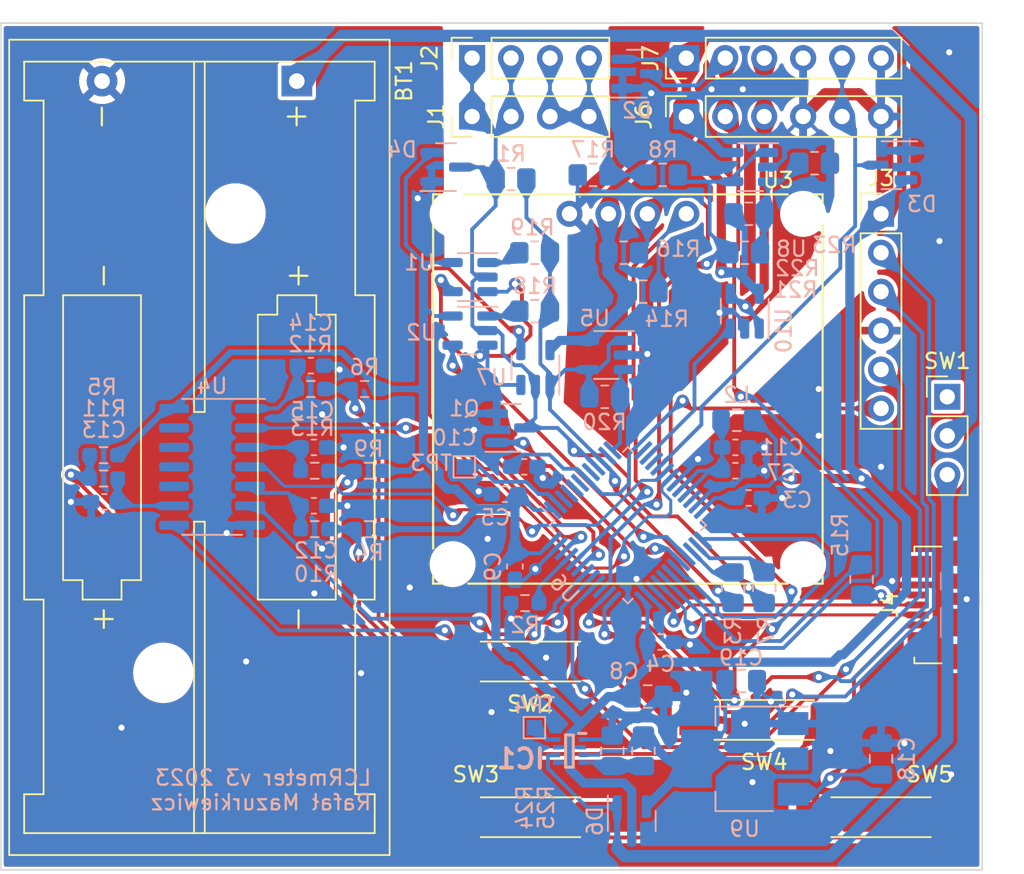
<source format=kicad_pcb>
(kicad_pcb (version 20221018) (generator pcbnew)
  (layers (0 "F.Cu" signal) (31 "B.Cu" signal) (34 "B.Paste" user) (35 "F.Paste" user) (36 "B.SilkS" user "B.Silkscreen") (37 "F.SilkS" user "F.Silkscreen") (38 "B.Mask" user) (39 "F.Mask" user) (44 "Edge.Cuts" user))
  (net 0 "")
  (net 1 "+1V5")
  (net 2 "GND")
  (net 3 "VCC")
  (net 4 "VDDA")
  (net 5 "/RST")
  (net 6 "Net-(C12-Pad1)")
  (net 7 "Net-(C13-Pad1)")
  (net 8 "Net-(C14-Pad1)")
  (net 9 "Net-(C15-Pad1)")
  (net 10 "/PWM_OUT")
  (net 11 "Net-(BT1-+)")
  (net 12 "/ADC_2")
  (net 14 "/ADC_1")
  (net 16 "VBUS")
  (net 17 "/SWO")
  (net 18 "/V_USB")
  (net 19 "+BATT")
  (net 20 "Net-(IC1-PR1)")
  (net 21 "Net-(R10-Pad2)")
  (net 22 "Net-(R11-Pad2)")
  (net 23 "Net-(R12-Pad2)")
  (net 24 "Net-(IC1-ST)")
  (net 25 "Net-(J1-Pin_3)")
  (net 26 "Net-(R13-Pad2)")
  (net 27 "/USB_-")
  (net 28 "/USB_EN")
  (net 29 "/USB_+")
  (net 30 "Net-(J3-Pin_2)")
  (net 31 "/BUTTON_OK")
  (net 32 "/BUTTON_BACK")
  (net 33 "/BUTTON_-")
  (net 34 "/BUTTON_+")
  (net 35 "Net-(J3-Pin_3)")
  (net 38 "/WAVE_OUT")
  (net 39 "/RES_CALIBRATION")
  (net 40 "Net-(U6-PB8)")
  (net 41 "/ADC_1b")
  (net 42 "/ADC_2b")
  (net 43 "/SDA")
  (net 44 "/SCL")
  (net 45 "Net-(R18-Pad2)")
  (net 46 "Net-(R19-Pad2)")
  (net 47 "/DAC_UNBUFFERED")
  (net 48 "Net-(U8-+)")
  (net 50 "/EVENTOUT")
  (net 51 "/EN_PATH_1")
  (net 52 "/EN_PATH_2")
  (net 53 "/OSCILLOSCOPE_IN")
  (net 59 "/WAVE_OUT_UNBUFFERED")
  (net 62 "/EN_PATH_3")
  (footprint "Button_Switch_SMD:SW_SPST_REED_CT05-XXXX-G1" (layer "F.Cu") (at 146.05 119.38)
    (fp_text reference "SW5")
    (fp_text value "back")
  )
  (footprint "Button_Switch_SMD:SW_SPST_REED_CT05-XXXX-G1" (layer "F.Cu") (at 123.19 119.38)
    (fp_text reference "SW3")
    (fp_text value "down")
  )
  (footprint "Button_Switch_SMD:SW_SPST_REED_CT05-XXXX-G1" (layer "F.Cu") (at 138.43 113.03)
    (fp_text reference "SW4")
    (fp_text value "ok")
  )
  (footprint "Connector_PinSocket_2.54mm:PinSocket_1x06_P2.54mm_Vertical" (layer "F.Cu") (at 133.35 73.66 90)
    (fp_text reference "J6")
    (fp_text value "misc")
  )
  (footprint "Connector_PinHeader_2.54mm:PinHeader_1x04_P2.54mm_Vertical" (layer "F.Cu") (at 119.38 73.66 90)
    (fp_text reference "J1")
    (fp_text value "LCR_input")
  )
  (footprint "Connector_USB:USB_Micro-B_Molex_47346-0001" (layer "F.Cu") (at 149.93 105.53 90)
    (fp_text reference "J4")
    (fp_text value "USB_B_Micro")
  )
  (footprint "Connector_PinSocket_2.54mm:PinSocket_1x04_P2.54mm_Vertical" (layer "F.Cu") (at 119.38 69.85 90)
    (fp_text reference "J2")
    (fp_text value "LCR_input")
  )
  (footprint "Connector_PinHeader_2.54mm:PinHeader_1x06_P2.54mm_Vertical" (layer "F.Cu") (at 146.05 80.01)
    (fp_text reference "J3")
    (fp_text value "Prog_interface")
  )
  (footprint "Button_Switch_SMD:SW_SPST_REED_CT05-XXXX-G1" (layer "F.Cu") (at 123.19 109.22)
    (fp_text reference "SW2")
    (fp_text value "up")
  )
  (footprint "Battery:BatteryHolder_Keystone_2468_2xAAA" (layer "F.Cu") (at 107.95 71.35 -90)
    (fp_text reference "BT1")
    (fp_text value "Batt")
  )
  (footprint "Connector_PinHeader_2.54mm:PinHeader_1x03_P2.54mm_Vertical" (layer "F.Cu") (at 150.368 91.948)
    (fp_text reference "SW1")
    (fp_text value "power")
  )
  (footprint "Connector_PinHeader_2.54mm:PinHeader_1x06_P2.54mm_Vertical" (layer "F.Cu") (at 133.35 69.85 90)
    (fp_text reference "J7")
    (fp_text value "misc")
  )
  (footprint "footprints:OLED_128x64" (layer "F.Cu") (at 133.35 80.01)
    (fp_text reference "U3")
    (fp_text value "OLED")
  )
  (footprint "Resistor_SMD:R_0805_2012Metric_Pad1.20x1.40mm_HandSolder" (layer "B.Cu") (at 130.556 115.046 90)
    (fp_text reference "R25")
    (fp_text value "2k2")
  )
  (footprint "Capacitor_SMD:C_0805_2012Metric_Pad1.18x1.45mm_HandSolder" (layer "B.Cu") (at 136.9275 110.49)
    (fp_text reference "C19")
    (fp_text value "10u")
  )
  (footprint "Resistor_SMD:R_0603_1608Metric_Pad0.98x0.95mm_HandSolder" (layer "B.Cu") (at 95.3535 97.282 180)
    (fp_text reference "R11")
    (fp_text value "10k")
  )
  (footprint "TestPoint:TestPoint_Pad_1.0x1.0mm" (layer "B.Cu") (at 118.872 96.52 180)
    (fp_text reference "TP3")
    (fp_text value "TestPoint")
  )
  (footprint "Resistor_SMD:R_0603_1608Metric_Pad0.98x0.95mm_HandSolder" (layer "B.Cu") (at 112.6255 96.774 180)
    (fp_text reference "R9")
    (fp_text value "10k")
  )
  (footprint "Resistor_SMD:R_0805_2012Metric_Pad1.20x1.40mm_HandSolder" (layer "B.Cu") (at 131.81 77.47)
    (fp_text reference "R8")
    (fp_text value "0")
  )
  (footprint "Package_TO_SOT_SMD:SOT-23-5" (layer "B.Cu") (at 119.2475 84.14 180)
    (fp_text reference "U1")
    (fp_text value "74LVC1G66")
  )
  (footprint "Capacitor_SMD:C_0603_1608Metric_Pad1.08x0.95mm_HandSolder" (layer "B.Cu") (at 108.8655 89.916)
    (fp_text reference "C14")
    (fp_text value "100n")
  )
  (footprint "Package_TO_SOT_SMD:SOT-23" (layer "B.Cu") (at 121.92 93.98)
    (fp_text reference "Q1")
    (fp_text value "NX7002BKR")
  )
  (footprint "Capacitor_SMD:C_0603_1608Metric_Pad1.08x0.95mm_HandSolder" (layer "B.Cu") (at 137.414 98.552)
    (fp_text reference "C3")
    (fp_text value "100n")
  )
  (footprint "Resistor_SMD:R_0603_1608Metric_Pad0.98x0.95mm_HandSolder" (layer "B.Cu") (at 112.6255 100.584 180)
    (fp_text reference "R4")
    (fp_text value "10k")
  )
  (footprint "Package_TO_SOT_SMD:SOT-23-5" (layer "B.Cu") (at 119.2475 87.63 180)
    (fp_text reference "U2")
    (fp_text value "74LVC1G66")
  )
  (footprint "Resistor_SMD:R_0603_1608Metric_Pad0.98x0.95mm_HandSolder" (layer "B.Cu") (at 108.8625 91.44)
    (fp_text reference "R12")
    (fp_text value "10k")
  )
  (footprint "Resistor_SMD:R_0805_2012Metric_Pad1.20x1.40mm_HandSolder" (layer "B.Cu") (at 123.46 82.55 180)
    (fp_text reference "R19")
    (fp_text value "500")
  )
  (footprint "Resistor_SMD:R_0805_2012Metric_Pad1.20x1.40mm_HandSolder" (layer "B.Cu") (at 128.524 115.046 -90)
    (fp_text reference "R24")
    (fp_text value "1k5")
  )
  (footprint "Capacitor_SMD:C_0603_1608Metric_Pad1.08x0.95mm_HandSolder" (layer "B.Cu") (at 109.0665 95.25)
    (fp_text reference "C15")
    (fp_text value "100n")
  )
  (footprint "Resistor_SMD:R_0805_2012Metric_Pad1.20x1.40mm_HandSolder" (layer "B.Cu") (at 141.716 76.708 180)
    (fp_text reference "R23")
    (fp_text value "10k")
  )
  (footprint "Package_TO_SOT_SMD:SOT-23" (layer "B.Cu") (at 130.1265 70.866)
    (fp_text reference "D2")
    (fp_text value "BAT54S")
  )
  (footprint "Resistor_SMD:R_0805_2012Metric_Pad1.20x1.40mm_HandSolder" (layer "B.Cu") (at 138.43 104.41 90)
    (fp_text reference "R7")
    (fp_text value "0")
  )
  (footprint "Capacitor_SMD:C_0603_1608Metric_Pad1.08x0.95mm_HandSolder" (layer "B.Cu") (at 131.6725 107.95)
    (fp_text reference "C4")
    (fp_text value "100n")
  )
  (footprint "Resistor_SMD:R_0805_2012Metric_Pad1.20x1.40mm_HandSolder" (layer "B.Cu") (at 123.46 86.36 180)
    (fp_text reference "R18")
    (fp_text value "2k")
  )
  (footprint "Package_SO:SOIC-14_3.9x8.7mm_P1.27mm" (layer "B.Cu") (at 102.427 96.52 180)
    (fp_text reference "U4")
    (fp_text value "74HC14")
  )
  (footprint "Resistor_SMD:R_0805_2012Metric_Pad1.20x1.40mm_HandSolder" (layer "B.Cu") (at 130.54 85.09)
    (fp_text reference "R14")
    (fp_text value "1k5")
  )
  (footprint "Capacitor_SMD:C_0603_1608Metric_Pad1.08x0.95mm_HandSolder" (layer "B.Cu") (at 121.5125 98.298 180)
    (fp_text reference "C5")
    (fp_text value "100n")
  )
  (footprint "Capacitor_SMD:C_0603_1608Metric_Pad1.08x0.95mm_HandSolder" (layer "B.Cu") (at 95.4035 98.806 180)
    (fp_text reference "C13")
    (fp_text value "100n")
  )
  (footprint "Package_TO_SOT_SMD:SOT-223-3_TabPin2" (layer "B.Cu") (at 137.16 115.57 180)
    (fp_text reference "U9")
    (fp_text value "LM1117MP-3.3")
  )
  (footprint "Package_TO_SOT_SMD:SOT-23-5" (layer "B.Cu") (at 137.16 86.36 90)
    (fp_text reference "U10")
    (fp_text value "MCP6001-OT")
  )
  (footprint "Resistor_SMD:R_0805_2012Metric_Pad1.20x1.40mm_HandSolder" (layer "B.Cu") (at 136.398 104.41 90)
    (fp_text reference "R3")
    (fp_text value "0")
  )
  (footprint "Inductor_SMD:L_0805_2012Metric_Pad1.15x1.40mm_HandSolder" (layer "B.Cu") (at 136.643 93.472 180)
    (fp_text reference "L2")
    (fp_text value "10u")
  )
  (footprint "Capacitor_SMD:C_0603_1608Metric_Pad1.08x0.95mm_HandSolder" (layer "B.Cu") (at 136.5515 96.774)
    (fp_text reference "C7")
    (fp_text value "100n")
  )
  (footprint "Package_TO_SOT_SMD:SOT-23" (layer "B.Cu") (at 129.794 119.634 -90)
    (fp_text reference "D6")
    (fp_text value "BAT54CW")
  )
  (footprint "TestPoint:TestPoint_Pad_1.0x1.0mm" (layer "B.Cu") (at 123.444 113.538 180)
    (fp_text reference "TP4")
    (fp_text value "TestPoint")
  )
  (footprint "Capacitor_SMD:C_0603_1608Metric_Pad1.08x0.95mm_HandSolder" (layer "B.Cu") (at 136.5515 95.25)
    (fp_text reference "C11")
    (fp_text value "2u2")
  )
  (footprint "Resistor_SMD:R_0805_2012Metric_Pad1.20x1.40mm_HandSolder" (layer "B.Cu") (at 129.27 82.55)
    (fp_text reference "R16")
    (fp_text value "1k5")
  )
  (footprint "Resistor_SMD:R_0805_2012Metric_Pad1.20x1.40mm_HandSolder" (layer "B.Cu") (at 144.78 103.87 -90)
    (fp_text reference "R15")
    (fp_text value "1k5")
  )
  (footprint "Resistor_SMD:R_0603_1608Metric_Pad0.98x0.95mm_HandSolder" (layer "B.Cu") (at 109.1165 96.774)
    (fp_text reference "R13")
    (fp_text value "10k")
  )
  (footprint "Resistor_SMD:R_0805_2012Metric_Pad1.20x1.40mm_HandSolder" (layer "B.Cu") (at 137.16 82.55 180)
    (fp_text reference "R21")
    (fp_text value "0")
  )
  (footprint "Resistor_SMD:R_0603_1608Metric_Pad0.98x0.95mm_HandSolder" (layer "B.Cu") (at 122.8325 105.41)
    (fp_text reference "R2")
    (fp_text value "10k")
  )
  (footprint "Capacitor_SMD:C_0603_1608Metric_Pad1.08x0.95mm_HandSolder" (layer "B.Cu") (at 109.0665 99.06)
    (fp_text reference "C12")
    (fp_text value "100n")
  )
  (footprint "Package_TO_SOT_SMD:SOT-23" (layer "B.Cu") (at 117.6805 76.962)
    (fp_text reference "D4")
    (fp_text value "BAT54S")
  )
  (footprint "Library_Loader:SOTFL50P160X60-8N" (layer "B.Cu") (at 125.73 115.062 180)
    (fp_text reference "IC1")
    (fp_text value "TPS2116DRLR" hide)
  )
  (footprint "Capacitor_SMD:C_0805_2012Metric_Pad1.18x1.45mm_HandSolder" (layer "B.Cu") (at 130.8315 111.506)
    (fp_text reference "C8")
    (fp_text value "10u")
  )
  (footprint "Package_TO_SOT_SMD:SOT-23-5" (layer "B.Cu") (at 128.1375 89.22 180)
    (fp_text reference "U5")
    (fp_text value "MCP6001-OT")
  )
  (footprint "Capacitor_SMD:C_0603_1608Metric_Pad1.08x0.95mm_HandSolder" (layer "B.Cu") (at 122.7825 96.52)
    (fp_text reference "C10")
    (fp_text value "100n")
  )
  (footprint "Resistor_SMD:R_0603_1608Metric_Pad0.98x0.95mm_HandSolder" (layer "B.Cu") (at 112.3715 91.44 180)
    (fp_text reference "R6")
    (fp_text value "10k")
  )
  (footprint "Resistor_SMD:R_0805_2012Metric_Pad1.20x1.40mm_HandSolder" (layer "B.Cu") (at 127.27 77.47 180)
    (fp_text reference "R17")
    (fp_text value "0")
  )
  (footprint "Resistor_SMD:R_0603_1608Metric_Pad0.98x0.95mm_HandSolder" (layer "B.Cu") (at 109.1165 100.584)
    (fp_text reference "R10")
    (fp_text value "10k")
  )
  (footprint "Package_TO_SOT_SMD:SOT-23-5" (layer "B.Cu") (at 123.51 90.0375 90)
    (fp_text reference "U7")
    (fp_text value "74LVC1G66")
  )
  (footprint "Capacitor_SMD:C_0603_1608Metric_Pad1.08x0.95mm_HandSolder" (layer "B.Cu") (at 122.174 103.0235 -90)
    (fp_text reference "C9")
    (fp_text value "100n")
  )
  (footprint "Capacitor_SMD:C_0805_2012Metric_Pad1.18x1.45mm_HandSolder" (layer "B.Cu") (at 146.05 115.57 90)
    (fp_text reference "C18")
    (fp_text value "10u")
  )
  (footprint "Package_QFP:LQFP-48_7x7mm_P0.5mm" (layer "B.Cu") (at 129.54 100.33 -45)
    (fp_text reference "U6")
    (fp_text value "STM32G473C_B-C-E_Tx")
  )
  (footprint "Resistor_SMD:R_0603_1608Metric_Pad0.98x0.95mm_HandSolder" (layer "B.Cu") (at 95.3535 95.758 180)
    (fp_text reference "R5")
    (fp_text value "10k")
  )
  (footprint "Resistor_SMD:R_0805_2012Metric_Pad1.20x1.40mm_HandSolder" (layer "B.Cu") (at 128.032 91.948 180)
    (fp_text reference "R20")
    (fp_text value "0")
  )
  (footprint "Resistor_SMD:R_0805_2012Metric_Pad1.20x1.40mm_HandSolder" (layer "B.Cu") (at 137.43 80.01 180)
    (fp_text reference "R22")
    (fp_text value "10k")
  )
  (footprint "Resistor_SMD:R_0805_2012Metric_Pad1.20x1.40mm_HandSolder" (layer "B.Cu") (at 121.92 77.74 180)
    (fp_text reference "R1")
    (fp_text value "100")
  )
  (footprint "Package_TO_SOT_SMD:SOT-23" (layer "B.Cu") (at 146.7335 76.835 180)
    (fp_text reference "D3")
    (fp_text value "BAT54S")
  )
  (footprint "Package_TO_SOT_SMD:SOT-23-5" (layer "B.Cu") (at 137.5465 76.962 180)
    (fp_text reference "U8")
    (fp_text value "MCP6001-OT")
  )
  (gr_line (start 152.654 67.564) (end 152.654 122.809) (stroke (width 0.1)) (layer "Edge.Cuts"))
  (gr_line (start 152.654 122.809) (end 88.646 122.809) (stroke (width 0.1)) (layer "Edge.Cuts"))
  (gr_line (start 88.646 67.564) (end 152.654 67.564) (stroke (width 0.1)) (layer "Edge.Cuts"))
  (gr_line (start 88.646 122.809) (end 88.646 67.564) (stroke (width 0.1)) (layer "Edge.Cuts"))
  (gr_text "LCRmeter v3 2023\nRafał Mazurkiewicz " (at 112.903 118.999) (layer "B.SilkS") (effects (font (size 1 1)) (justify left bottom mirror)))
  (segment (start 134.150293 83.273707) (end 134.683191 83.273707) (width 0.25) (layer "F.Cu") (net 1))
  (segment (start 132.334 96.774) (end 132.334 85.09) (width 0.25) (layer "F.Cu") (net 1))
  (segment (start 140.208 104.648) (end 132.334 96.774) (width 0.25) (layer "F.Cu") (net 1))
  (segment (start 132.334 85.09) (end 134.150293 83.273707) (width 0.25) (layer "F.Cu") (net 1))
  (via (at 140.208 104.648) (size 0.8) (drill 0.4) (layers "F.Cu" "B.Cu") (net 1))
  (via (at 134.683191 83.273707) (size 0.8) (drill 0.4) (layers "F.Cu" "B.Cu") (net 1))
  (segment (start 135.373 106.0051) (end 135.382 106.0141) (width 0.25) (layer "B.Cu") (net 1))
  (segment (start 136.409 77.912) (end 136.409 77.612001) (width 0.25) (layer "B.Cu") (net 1))
  (segment (start 135.406898 82.55) (end 134.683191 83.273707) (width 0.25) (layer "B.Cu") (net 1))
  (segment (start 136.16 82.55) (end 135.406898 82.55) (width 0.25) (layer "B.Cu") (net 1))
  (segment (start 135.382 106.0141) (end 135.7029 106.335) (width 0.25) (layer "B.Cu") (net 1))
  (segment (start 134.874 81.264) (end 134.874 77.912) (width 0.25) (layer "B.Cu") (net 1))
  (segment (start 133.35 103.786446) (end 133.504446 103.786446) (width 0.25) (layer "B.Cu") (net 1))
  (segment (start 132.660109 103.096555) (end 133.35 103.786446) (width 0.25) (layer "B.Cu") (net 1))
  (segment (start 136.16 82.55) (end 134.874 81.264) (width 0.25) (layer "B.Cu") (net 1))
  (segment (start 135.373 105.655) (end 135.373 106.0051) (width 0.25) (layer "B.Cu") (net 1))
  (segment (start 134.874 77.912) (end 133.252 77.912) (width 0.25) (layer "B.Cu") (net 1))
  (segment (start 139.1251 106.335) (end 140.208 105.2521) (width 0.25) (layer "B.Cu") (net 1))
  (segment (start 133.252 77.912) (end 132.81 77.47) (width 0.25) (layer "B.Cu") (net 1))
  (segment (start 136.409 77.912) (end 134.874 77.912) (width 0.25) (layer "B.Cu") (net 1))
  (segment (start 133.504446 103.786446) (end 135.373 105.655) (width 0.25) (layer "B.Cu") (net 1))
  (segment (start 136.409 77.612001) (end 138.009001 76.012) (width 0.25) (layer "B.Cu") (net 1))
  (segment (start 135.7029 106.335) (end 139.1251 106.335) (width 0.25) (layer "B.Cu") (net 1))
  (segment (start 140.208 105.2521) (end 140.208 104.648) (width 0.25) (layer "B.Cu") (net 1))
  (segment (start 138.009001 76.012) (end 138.684 76.012) (width 0.25) (layer "B.Cu") (net 1))
  (segment (start 142.42 72.21) (end 140.97 73.66) (width 0.8) (layer "F.Cu") (net 2))
  (segment (start 123.19 87.376) (end 123.19 87.922805) (width 0.25) (layer "F.Cu") (net 2))
  (segment (start 149.41 104.23) (end 150.336 105.156) (width 0.25) (layer "F.Cu") (net 2))
  (segment (start 149.655 104.08) (end 149.655 100.125) (width 0.25) (layer "F.Cu") (net 2))
  (segment (start 122.174 84.582) (end 122.632 85.04) (width 0.25) (layer "F.Cu") (net 2))
  (segment (start 147.036292 104.23) (end 146.775584 103.969292) (width 0.25) (layer "F.Cu") (net 2))
  (segment (start 150.336 105.156) (end 151.638 105.156) (width 0.25) (layer "F.Cu") (net 2))
  (segment (start 123.19 87.922805) (end 121.831805 89.281) (width 0.25) (layer "F.Cu") (net 2))
  (segment (start 121.158 95.758) (end 122.508016 95.758) (width 0.25) (layer "F.Cu") (net 2))
  (segment (start 148.47 104.23) (end 149.505 104.23) (width 0.25) (layer "F.Cu") (net 2))
  (segment (start 146.05 73.66) (end 144.6 72.21) (width 0.8) (layer "F.Cu") (net 2))
  (segment (start 122.632 85.04) (end 122.632 86.818) (width 0.25) (layer "F.Cu") (net 2))
  (segment (start 144.6 72.21) (end 142.42 72.21) (width 0.8) (layer "F.Cu") (net 2))
  (segment (start 119.507 94.107) (end 121.158 95.758) (width 0.25) (layer "F.Cu") (net 2))
  (segment (start 121.831805 89.281) (end 119.888 89.281) (width 0.25) (layer "F.Cu") (net 2))
  (segment (start 122.632 86.818) (end 123.19 87.376) (width 0.25) (layer "F.Cu") (net 2))
  (segment (start 149.505 104.23) (end 149.655 104.08) (width 0.25) (layer "F.Cu") (net 2))
  (segment (start 148.47 104.23) (end 147.036292 104.23) (width 0.25) (layer "F.Cu") (net 2))
  (segment (start 148.47 104.23) (end 149.41 104.23) (width 0.25) (layer "F.Cu") (net 2))
  (segment (start 122.508016 95.758) (end 123.992008 97.241992) (width 0.25) (layer "F.Cu") (net 2))
  (segment (start 133.35 112.23) (end 134.15 113.03) (width 0.6) (layer "F.Cu") (net 2))
  (segment (start 149.655 100.125) (end 146.05 96.52) (width 0.25) (layer "F.Cu") (net 2))
  (via (at 137.033 71.882) (size 0.8) (drill 0.4) (layers "F.Cu" "B.Cu") (net 2))
  (via (at 119.813752 98.118248) (size 0.8) (drill 0.4) (layers "F.Cu" "B.Cu") (net 2))
  (via (at 147.574 114.554) (size 0.8) (drill 0.4) (layers "F.Cu" "B.Cu") (net 2))
  (via (at 104.648 109.22) (size 0.8) (drill 0.4) (layers "F.Cu" "B.Cu") (net 2))
  (via (at 146.775584 103.969292) (size 0.8) (drill 0.4) (layers "F.Cu" "B.Cu") (net 2))
  (via (at 124.206 108.966) (size 0.8) (drill 0.4) (layers "F.Cu" "B.Cu") (net 2))
  (via (at 135.001 71.882) (size 0.8) (drill 0.4) (layers "F.Cu" "B.Cu") (net 2))
  (via (at 138.43 96.774) (size 0.8) (drill 0.4) (layers "F.Cu" "B.Cu") (net 2))
  (via (at 131.064 72.136) (size 0.8) (drill 0.4) (layers "F.Cu" "B.Cu") (net 2))
  (via (at 121.92 106.426) (size 0.8) (drill 0.4) (layers "F.Cu" "B.Cu") (net 2))
  (via (at 110.744 90.17) (size 0.8) (drill 0.4) (layers "F.Cu" "B.Cu") (net 2))
  (via (at 138.43 95.25) (size 0.8) (drill 0.4) (layers "F.Cu" "B.Cu") (net 2))
  (via (at 133.35 111.252) (size 0.8) (drill 0.4) (layers "F.Cu" "B.Cu") (net 2))
  (via (at 150.622 116.586) (size 0.8) (drill 0.4) (layers "F.Cu" "B.Cu") (net 2))
  (via (at 139.5995 98.552) (size 0.8) (drill 0.4) (layers "F.Cu" "B.Cu") (net 2))
  (via (at 120.396 101.219) (size 0.8) (drill 0.4) (layers "F.Cu" "B.Cu") (net 2))
  (via (at 146.05 96.52) (size 0.8) (drill 0.4) (layers "F.Cu" "B.Cu") (net 2))
  (via (at 111.252 99.06) (size 0.8) (drill 0.4) (layers "F.Cu" "B.Cu") (net 2))
  (via (at 120.65 112.522) (size 0.8) (drill 0.4) (layers "F.Cu" "B.Cu") (net 2))
  (via (at 119.888 89.281) (size 0.8) (drill 0.4) (layers "F.Cu" "B.Cu") (net 2))
  (via (at 135.516506 86.464701) (size 0.8) (drill 0.4) (layers "F.Cu" "B.Cu") (net 2))
  (via (at 150.495 69.469) (size 0.8) (drill 0.4) (layers "F.Cu" "B.Cu") (net 2))
  (via (at 115.837 78.994) (size 0.8) (drill 0.4) (layers "F.Cu" "B.Cu") (net 2))
  (via (at 149.86 81.788) (size 0.8) (drill 0.4) (layers "F.Cu" "B.Cu") (net 2))
  (via (at 151.638 105.156) (size 0.8) (drill 0.4) (layers "F.Cu" "B.Cu") (net 2))
  (via (at 103.378 100.838) (size 0.8) (drill 0.4) (layers "F.Cu" "B.Cu") (net 2))
  (via (at 130.102284 103.830963) (size 0.8) (drill 0.4) (layers "F.Cu" "B.Cu") (net 2))
  (via (at 133.585109 108.11163) (size 0.8) (drill 0.4) (layers "F.Cu" "B.Cu") (net 2))
  (via (at 142.748 115.062) (size 0.8) (drill 0.4) (layers "F.Cu" "B.Cu") (net 2))
  (via (at 119.507 94.107) (size 0.8) (drill 0.4) (layers "F.Cu" "B.Cu") (net 2))
  (via (at 109.601 101.854) (size 0.8) (drill 0.4) (layers "F.Cu" "B.Cu") (net 2))
  (via (at 96.52 113.538) (size 0.8) (drill 0.4) (layers "F.Cu" "B.Cu") (net 2))
  (via (at 110.998 95.25) (size 0.8) (drill 0.4) (layers "F.Cu" "B.Cu") (net 2))
  (via (at 112.141 109.982) (size 0.8) (drill 0.4) (layers "F.Cu" "B.Cu") (net 2))
  (via (at 130.81 89.154) (size 0.8) (drill 0.4) (layers "F.Cu" "B.Cu") (net 2))
  (via (at 134.112 96.012) (size 0.8) (drill 0.4) (layers "F.Cu" "B.Cu") (net 2))
  (via (at 122.174 84.582) (size 0.8) (drill 0.4) (layers "F.Cu" "B.Cu") (net 2))
  (via (at 141.986 91.44) (size 0.8) (drill 0.4) (layers "F.Cu" "B.Cu") (net 2))
  (via (at 137.668 117.094) (size 0.8) (drill 0.4) (layers "F.Cu" "B.Cu") (net 2))
  (via (at 137.16 113.284) (size 0.8) (drill 0.4) (layers "F.Cu" "B.Cu") (net 2))
  (via (at 109.093 104.775) (size 0.8) (drill 0.4) (layers "F.Cu" "B.Cu") (net 2))
  (via (at 141.986 94.488) (size 0.8) (drill 0.4) (layers "F.Cu" "B.Cu") (net 2))
  (via (at 123.992008 97.241992) (size 0.8) (drill 0.4) (layers "F.Cu" "B.Cu") (net 2))
  (via (at 123.50401 103.18401) (size 0.8) (drill 0.4) (layers "F.Cu" "B.Cu") (net 2))
  (via (at 93.218 98.806) (size 0.8) (drill 0.4) (layers "F.Cu" "B.Cu") (net 2))
  (via (at 109.601 93.091) (size 0.8) (drill 0.4) (layers "F.Cu" "B.Cu") (net 2))
  (via (at 138.869 111.829) (size 0.8) (drill 0.4) (layers "F.Cu" "B.Cu") (net 2))
  (via (at 115.316 104.394) (size 0.8) (drill 0.4) (layers "F.Cu" "B.Cu") (net 2))
  (segment (start 137.965 110.925) (end 138.869 111.829) (width 0.25) (layer "B.Cu") (net 2))
  (segment (start 131.9975 107.95) (end 131.752234 107.704734) (width 0.25) (layer "B.Cu") (net 2))
  (segment (start 119.813752 98.118248) (end 119.040504 97.345) (width 0.25) (layer "B.Cu") (net 2))
  (segment (start 131.674088 111.506) (end 130.234088 112.946) (width 0.6) (layer "B.Cu") (net 2))
  (segment (start 137.965 110.49) (end 137.965 110.925) (width 0.25) (layer "B.Cu") (net 2))
  (segment (start 129.624 112.946) (end 128.524 114.046) (width 0.6) (layer "B.Cu") (net 2))
  (segment (start 119.888 89.281) (end 119.507 89.662) (width 0.25) (layer "B.Cu") (net 2))
  (segment (start 119.993504 98.298) (end 119.813752 98.118248) (width 0.25) (layer "B.Cu") (net 2))
  (segment (start 138.684 76.962) (end 139.163408 76.962) (width 0.25) (layer "B.Cu") (net 2))
  (segment (start 116.743 77.912) (end 115.837 78.818) (width 0.25) (layer "B.Cu") (net 2))
  (segment (start 120.9825 92.0375) (end 120.385 91.44) (width 0.25) (layer "B.Cu") (net 2))
  (segment (start 136.835 86.784092) (end 136.410908 86.36) (width 0.25) (layer "B.Cu") (net 2))
  (segment (start 136.835 87.4975) (end 136.835 86.784092) (width 0.25) (layer "B.Cu") (net 2))
  (segment (start 94.541 98.806) (end 93.218 98.806) (width 0.4) (layer "B.Cu") (net 2))
  (segment (start 118.047 97.345) (end 118.047 95.567) (width 0.25) (layer "B.Cu") (net 2))
  (segment (start 109.929 95.25) (end 110.998 95.25) (width 0.4) (layer "B.Cu") (net 2))
  (segment (start 134.074322 98.977658) (end 135.29998 97.752) (width 0.25) (layer "B.Cu") (net 2))
  (segment (start 139.791 76.334408) (end 139.791 74.839) (width 0.25) (layer "B.Cu") (net 2))
  (segment (start 139.791 74.839) (end 140.97 73.66) (width 0.25) (layer "B.Cu") (net 2))
  (segment (start 137.414 95.25) (end 138.43 95.25) (width 0.25) (layer "B.Cu") (net 2))
  (segment (start 142.716 76.708) (end 142.716 75.406) (width 0.25) (layer "B.Cu") (net 2))
  (segment (start 137.16 87.4975) (end 136.835 87.4975) (width 0.25) (layer "B.Cu") (net 2))
  (segment (start 131.752234 107.704734) (end 131.752234 105.724214) (width 0.25) (layer "B.Cu") (net 2))
  (segment (start 136.410908 86.36) (end 135.621207 86.36) (width 0.25) (layer "B.Cu") (net 2))
  (segment (start 132.660109 97.563445) (end 134.112 96.111554) (width 0.25) (layer "B.Cu") (net 2))
  (segment (start 122.56 91.175) (end 120.396 91.175) (width 0.25) (layer "B.Cu") (net 2))
  (segment (start 130.102284 104.074264) (end 130.102284 103.830963) (width 0.25) (layer "B.Cu") (net 2))
  (segment (start 136.436 97.752) (end 137.414 96.774) (width 0.25) (layer "B.Cu") (net 2))
  (segment (start 147.5525 114.5325) (end 147.574 114.554) (width 0.25) (layer "B.Cu") (net 2))
  (segment (start 122.80202 103.886) (end 125.005678 101.682342) (width 0.25) (layer "B.Cu") (net 2))
  (segment (start 129.275 89.22) (end 130.744 89.22) (width 0.25) (layer "B.Cu") (net 2))
  (segment (start 119.040504 97.345) (end 118.047 97.345) (width 0.25) (layer "B.Cu") (net 2))
  (segment (start 104.902 100.33) (end 103.886 100.33) (width 0.4) (layer "B.Cu") (net 2))
  (segment (start 128.258 114.312) (end 128.524 114.046) (width 0.25) (layer "B.Cu") (net 2))
  (segment (start 132.535 107.95) (end 133.423479 107.95) (width 0.25) (layer "B.Cu") (net 2))
  (segment (start 132.535 107.95) (end 131.9975 107.95) (width 0.25) (layer "B.Cu") (net 2))
  (segment (start 137.414 96.774) (end 138.43 96.774) (width 0.25) (layer "B.Cu") (net 2))
  (segment (start 138.2765 98.552) (end 139.5995 98.552) (width 0.25) (layer "B.Cu") (net 2))
  (segment (start 123.645 96.894984) (end 123.992008 97.241992) (width 0.25) (layer "B.Cu") (net 2))
  (segment (start 126.27 77.47) (end 126.27 79.47) (width 0.25) (layer "B.Cu") (net 2))
  (segment (start 126.27 79.47) (end 125.73 80.01) (width 0.25) (layer "B.Cu") (net 2))
  (segment (start 121.92 105.41) (end 121.92 106.426) (width 0.25) (layer "B.Cu") (net 2))
  (segment (start 142.716 75.406) (end 140.97 73.66) (width 0.25) (layer "B.Cu") (net 2))
  (segment (start 129.189 71.816) (end 130.744 71.816) (width 0.25) (layer "B.Cu") (net 2))
  (segment (start 135.29998 97.752) (end 136.436 97.752) (width 0.25) (layer "B.Cu") (net 2))
  (segment (start 119.507 89.662) (end 119.507 94.107) (width 0.25) (layer "B.Cu") (net 2))
  (segment (start 139.163408 76.962) (end 139.791 76.334408) (width 0.25) (layer "B.Cu") (net 2))
  (segment (start 120.385 88.58) (end 120.385 88.784) (width 0.25) (layer "B.Cu") (net 2))
  (segment (start 131.752234 105.724214) (end 130.892342 104.864322) (width 0.25) (layer "B.Cu") (net 2))
  (segment (start 120.385 88.58) (end 120.385 91.186) (width 0.25) (layer "B.Cu") (net 2))
  (segment (start 135.621207 86.36) (end 135.516506 86.464701) (width 0.25) (layer "B.Cu") (net 2))
  (segment (start 109.929 99.06) (end 111.252 99.06) (width 0.4) (layer "B.Cu") (net 2))
  (segment (start 120.9825 93.03) (end 120.9825 92.0375) (width 0.25) (layer "B.Cu") (net 2))
  (segment (start 140.31 113.27) (end 138.869 111.829) (width 0.25) (layer "B.Cu") (net 2))
  (segment (start 131.869 111.506) (end 133.096 111.506) (width 0.6) (layer "B.Cu") (net 2))
  (segment (start 120.385 85.09) (end 121.666 85.09) (width 0.25) (layer "B.Cu") (net 2))
  (segment (start 133.423479 107.95) (end 133.585109 108.11163) (width 0.25) (layer "B.Cu") (net 2))
  (segment (start 120.396 91.175) (end 120.385 91.186) (width 0.25) (layer "B.Cu") (net 2))
  (segment (start 122.174 103.886) (end 122.80202 103.886) (width 0.25) (layer "B.Cu") (net 2))
  (segment (start 130.744 71.816) (end 131.064 72.136) (width 0.25) (layer "B.Cu") (net 2))
  (segment (start 120.385 91.44) (end 120.385 91.186) (width 0.25) (layer "B.Cu") (net 2))
  (segment (start 121.666 85.09) (end 122.174 84.582) (width 0.25) (layer "B.Cu") (net 2))
  (segment (start 130.744 89.22) (end 130.81 89.154) (width 0.25) (layer "B.Cu") (net 2))
  (segment (start 109.728 89.916) (end 110.49 89.916) (width 0.4) (layer "B.Cu") (net 2))
  (segment (start 134.112 96.111554) (end 134.112 96.012) (width 0.25) (layer "B.Cu") (net 2))
  (segment (start 133.096 111.506) (end 133.35 111.252) (width 0.6) (layer "B.Cu") (net 2))
  (segment (start 123.645 96.52) (end 123.645 96.894984) (width 0.25) (layer "B.Cu") (net 2))
  (segment (start 103.886 100.33) (end 103.378 100.838) (width 0.4) (layer "B.Cu") (net 2))
  (segment (start 146.05 114.5325) (end 147.5525 114.5325) (width 0.25) (layer "B.Cu") (net 2))
  (segment (start 126.568 114.312) (end 128.258 114.312) (width 0.25) (layer "B.Cu") (net 2))
  (segment (start 110.49 89.916) (end 110.744 90.17) (width 0.4) (layer "B.Cu") (net 2))
  (segment (start 130.234088 112.946) (end 129.624 112.946) (width 0.6) (layer "B.Cu") (net 2))
  (segment (start 130.892342 104.864322) (end 130.102284 104.074264) (width 0.25) (layer "B.Cu") (net 2))
  (segment (start 120.65 98.298) (end 119.993504 98.298) (width 0.25) (layer "B.Cu") (net 2))
  (segment (start 131.869 111.506) (end 131.674088 111.506) (width 0.6) (layer "B.Cu") (net 2))
  (segment (start 118.047 95.567) (end 119.507 94.107) (width 0.25) (layer "B.Cu") (net 2))
  (segment (start 115.837 78.818) (end 115.837 78.994) (width 0.25) (layer "B.Cu") (net 2))
  (segment (start 120.385 88.784) (end 119.888 89.281) (width 0.25) (layer "B.Cu") (net 2))
  (segment (start 135.633191 77.975191) (end 135.633191 83.830974) (width 0.6) (layer "F.Cu") (net 3))
  (segment (start 133.35 73.66) (end 128.27 78.74) (width 0.6) (layer "F.Cu") (net 3))
  (segment (start 134.7 68.5) (end 133.35 69.85) (width 0.6) (layer "F.Cu") (net 3))
  (segment (start 133.35 73.66) (end 133.35 75.692) (width 0.6) (layer "F.Cu") (net 3))
  (segment (start 128.27 78.74) (end 128.27 80.01) (width 0.6) (layer "F.Cu") (net 3))
  (segment (start 144.78 97.282) (end 140.208 97.282) (width 0.6) (layer "F.Cu") (net 3))
  (segment (start 133.35 75.692) (end 135.633191 77.975191) (width 0.6) (layer "F.Cu") (net 3))
  (segment (start 146.609189 68.5) (end 134.7 68.5) (width 0.6) (layer "F.Cu") (net 3))
  (segment (start 147.4 78.66) (end 147.4 69.290811) (width 0.6) (layer "F.Cu") (net 3))
  (segment (start 147.4 69.290811) (end 146.609189 68.5) (width 0.6) (layer "F.Cu") (net 3))
  (segment (start 133.35 69.85) (end 133.35 73.66) (width 0.6) (layer "F.Cu") (net 3))
  (segment (start 146.05 80.01) (end 147.4 78.66) (width 0.6) (layer "F.Cu") (net 3))
  (via (at 135.633191 83.830974) (size 0.8) (drill 0.4) (layers "F.Cu" "B.Cu") (net 3))
  (via (at 140.208 97.282) (size 0.8) (drill 0.4) (layers "F.Cu" "B.Cu") (net 3))
  (via (at 144.78 97.282) (size 0.8) (drill 0.4) (layers "F.Cu" "B.Cu") (net 3))
  (segment (start 117.231 96.879) (end 116.21 95.858) (width 0.6) (layer "B.Cu") (net 3))
  (segment (start 120.9325 108.052003) (end 121.780497 108.9) (width 0.6) (layer "B.Cu") (net 3))
  (segment (start 147.711 99.959) (end 145.034 97.282) (width 0.6) (layer "B.Cu") (net 3))
  (segment (start 99.465026 92.71) (end 96.417026 95.758) (width 0.4) (layer "B.Cu") (net 3))
  (segment (start 124.652124 101.328788) (end 123.819912 102.161) (width 0.25) (layer "B.Cu") (net 3))
  (segment (start 122.174 102.161) (end 122.174 98.499) (width 0.6) (layer "B.Cu") (net 3))
  (segment (start 129.54 85.09) (end 128.27 83.82) (width 0.8) (layer "B.Cu") (net 3))
  (segment (start 135.633191 83.830974) (end 136.718474 83.830974) (width 0.6) (layer "B.Cu") (net 3))
  (segment (start 110.885 89.041) (end 113.284 91.44) (width 0.4) (layer "B.Cu") (net 3))
  (segment (start 129.189 69.916) (end 133.284 69.916) (width 0.25) (layer "B.Cu") (net 3))
  (segment (start 147.671 77.785) (end 146.05 79.406) (width 0.25) (layer "B.Cu") (net 3))
  (segment (start 130.81 105.489088) (end 130.81 107.95) (width 0.25) (layer "B.Cu") (net 3))
  (segment (start 125.488 115.812) (end 125.73 115.57) (width 0.25) (layer "B.Cu") (net 3))
  (segment (start 116.21 83.19) (end 116.21 83.312) (width 0.25) (layer "B.Cu") (net 3))
  (segment (start 135.702 76.012) (end 133.35 73.66) (width 0.6) (layer "B.Cu") (net 3))
  (segment (start 103.621 89.041) (end 110.885 89.041) (width 0.4) (layer "B.Cu") (net 3))
  (segment (start 121.4 99.273) (end 119.625 99.273) (width 0.6) (layer "B.Cu") (net 3))
  (segment (start 129.291588 117.146) (end 126.66 117.146) (width 0.6) (layer "B.Cu") (net 3))
  (segment (start 124.892 115.812) (end 125.488 115.812) (width 0.25) (layer "B.Cu") (net 3))
  (segment (start 147.711 104.643116) (end 147.711 99.959) (width 0.6) (layer "B.Cu") (net 3))
  (segment (start 123.819912 102.161) (end 122.174 102.161) (width 0.25) (layer "B.Cu") (net 3))
  (segment (start 144.78 97.282) (end 144.018 96.52) (width 0.6) (layer "B.Cu") (net 3))
  (segment (start 135.207088 98.552) (end 134.427876 99.331212) (width 0.25) (layer "B.Cu") (net 3))
  (segment (start 138.722 97.752) (end 139.192 97.282) (width 0.25) (layer "B.Cu") (net 3))
  (segment (start 129.794 110.58) (end 131.109 109.265) (width 0.6) (layer "B.Cu") (net 3))
  (segment (start 126.492 113.284) (end 128.27 111.506) (width 0.6) (layer "B.Cu") (net 3))
  (segment (start 117.788117 97.97) (end 117.231 97.412883) (width 0.6) (layer "B.Cu") (net 3))
  (segment (start 129.54 85.73) (end 127 88.27) (width 0.8) (layer "B.Cu") (net 3))
  (segment (start 136.718474 83.830974) (end 136.93375 84.04625) (width 0.6) (layer "B.Cu") (net 3))
  (segment (start 118.991823 99.906177) (end 119.625 99.273) (width 0.4) (layer "B.Cu") (net 3))
  (segment (start 142.883497 109.265) (end 143.370497 108.778) (width 0.6) (layer "B.Cu") (net 3))
  (segment (start 124.892 114.812) (end 125.73 114.812) (width 0.25) (layer "B.Cu") (net 3))
  (segment (start 125.73 116.216) (end 125.73 114.046) (width 0.6) (layer "B.Cu") (net 3))
  (segment (start 136.93375 84.04625) (end 137.16 83.82) (width 0.4) (layer "B.Cu") (net 3))
  (segment (start 129.794 117.648412) (end 129.291588 117.146) (width 0.6) (layer "B.Cu") (net 3))
  (segment (start 139.192 97.282) (end 139.192 94.742) (width 0.25) (layer "B.Cu") (net 3))
  (segment (start 122.174 98.499) (end 122.375 98.298) (width 0.6) (layer "B.Cu") (net 3))
  (segment (start 143.576116 108.778) (end 147.711 104.643116) (width 0.6) (layer "B.Cu") (net 3))
  (segment (start 136.93375 84.04625) (end 138.11 85.2225) (width 0.6) (layer "B.Cu") (net 3))
  (segment (start 144.018 96.52) (end 144.018 82.042) (width 0.6) (layer "B.Cu") (net 3))
  (segment (start 139.192 94.742) (end 137.922 93.472) (width 0.25) (layer "B.Cu") (net 3))
  (segment (start 130.81 108.966) (end 130.81 107.95) (width 0.6) (layer "B.Cu") (net 3))
  (segment (start 129.794 120.5715) (end 129.794 117.648412) (width 0.6) (layer "B.Cu") (net 3))
  (segment (start 96.417026 95.758) (end 96.266 95.758) (width 0.4) (layer "B.Cu") (net 3))
  (segment (start 146.624 79.436) (end 146.05 80.01) (width 0.6) (layer "B.Cu") (net 3))
  (segment (start 124.652124 99.331212) (end 123.408212 99.331212) (width 0.25) (layer "B.Cu") (net 3))
  (segment (start 137.16 80.74) (end 136.43 80.01) (width 0.4) (layer "B.Cu") (net 3))
  (segment (start 131.109 109.265) (end 142.883497 109.265) (width 0.6) (layer "B.Cu") (net 3))
  (segment (start 99.952 92.71) (end 103.621 89.041) (width 0.4) (layer "B.Cu") (net 3))
  (segment (start 122.108 108.9) (end 126.492 113.284) (width 0.6) (layer "B.Cu") (net 3))
  (segment (start 118.438796 100.584) (end 118.991823 100.030973) (width 0.4) (layer "B.Cu") (net 3))
  (segment (start 116.21 83.19) (end 118.11 83.19) (width 0.25) (layer "B.Cu") (net 3))
  (segment (start 137.3515 97.752) (end 138.722 97.752) (width 0.25) (layer "B.Cu") (net 3))
  (segment (start 130.81 108.966) (end 131.109 109.265) (width 0.6) (layer "B.Cu") (net 3))
  (segment (start 122.375 98.298) (end 121.4 99.273) (width 0.6) (layer "B.Cu") (net 3))
  (segment (start 115.062 77.693) (end 115.062 82.042) (width 0.25) (layer "B.Cu") (net 3))
  (segment (start 136.5515 98.552) (end 135.207088 98.552) (width 0.25) (layer "B.Cu") (net 3))
  (segment (start 144.018 82.042) (end 146.05 80.01) (width 0.6) (layer "B.Cu") (net 3))
  (segment (start 136.409 76.012) (end 135.702 76.012) (width 0.6) (layer "B.Cu") (net 3))
  (segment (start 119.625 99.273) (end 118.322 97.97) (width 0.6) (layer "B.Cu") (net 3))
  (segment (start 146.05 79.406) (end 146.05 80.01) (width 0.25) (layer "B.Cu") (net 3))
  (segment (start 136.43 80.01) (end 137.085 80.665) (width 0.25) (layer "B.Cu") (net 3))
  (segment (start 129.54 85.09) (end 129.54 85.73) (width 0.8) (layer "B.Cu") (net 3))
  (segment (start 116.21 85.984) (end 116.906 86.68) (width 0.25) (layer "B.Cu") (net 3))
  (segment (start 116.743 76.012) (end 115.062 77.693) (width 0.25) (layer "B.Cu") (net 3))
  (segment (start 116.21 83.312) (end 116.21 85.984) (width 0.25) (layer "B.Cu") (net 3))
  (segment (start 137.922 93.472) (end 137.668 93.472) (width 0.25) (layer "B.Cu") (net 3))
  (segment (start 116.21 95.858) (end 116.21 91.44) (width 0.6) (layer "B.Cu") (net 3))
  (segment (start 118.991823 100.030973) (end 118.991823 99.906177) (width 0.4) (layer "B.Cu") (net 3))
  (segment (start 139.192 97.282) (end 140.208 97.282) (width 0.25) (layer "B.Cu") (net 3))
  (segment (start 118.322 97.97) (end 117.788117 97.97) (width 0.6) (layer "B.Cu") (net 3))
  (segment (start 127 88.27) (end 125.09 88.27) (width 0.6) (layer "B.Cu") (net 3))
  (segment (start 125.73 114.812) (end 125.73 114.046) (width 0.25) (layer "B.Cu") (net 3))
  (segment (start 143.370497 108.778) (end 143.576116 108.778) (width 0.6) (layer "B.Cu") (net 3))
  (segment (start 123.408212 99.331212) (end 122.375 98.298) (width 0.25) (layer "B.Cu") (net 3))
  (segment (start 116.906 86.68) (end 118.11 86.68) (width 0.25) (layer "B.Cu") (net 3))
  (segment (start 126.492 113.284) (end 125.8305 113.9455) (width 0.6) (layer "B.Cu") (net 3))
  (segment (start 125.73 115.57) (end 125.73 114.812) (width 0.25) (layer "B.Cu") (net 3))
  (segment (start 121.780497 108.9) (end 122.108 108.9) (width 0.6) (layer "B.Cu") (net 3))
  (segment (start 115.294 96.774) (end 116.21 95.858) (width 0.4) (layer "B.Cu") (net 3))
  (segment (start 129.794 111.506) (end 129.794 110.58) (width 0.6) (layer "B.Cu") (net 3))
  (segment (start 137.16 83.82) (end 137.16 80.74) (width 0.4) (layer "B.Cu") (net 3))
  (segment (start 113.538 100.584) (end 118.438796 100.584) (width 0.4) (layer "B.Cu") (net 3))
  (segment (start 115.062 82.042) (end 116.21 83.19) (width 0.25) (layer "B.Cu") (net 3))
  (segment (start 113.284 91.44) (end 116.21 91.44) (width 0.4) (layer "B.Cu") (net 3))
  (segment (start 125.73 114.046) (end 126.492 113.284) (width 0.25) (layer "B.Cu") (net 3))
  (segment (start 145.034 97.282) (end 144.78 97.282) (width 0.6) (layer "B.Cu") (net 3))
  (segment (start 136.5515 98.552) (end 137.3515 97.752) (width 0.25) (layer "B.Cu") (net 3))
  (segment (start 116.21 91.44) (end 116.21 83.312) (width 0.6) (layer "B.Cu") (net 3))
  (segment (start 128.27 111.506) (end 129.794 111.506) (width 0.6) (layer "B.Cu") (net 3))
  (segment (start 137.085 84.1975) (end 138.11 85.2225) (width 0.25) (layer "B.Cu") (net 3))
  (segment (start 126.66 117.146) (end 125.73 116.216) (width 0.6) (layer "B.Cu") (net 3))
  (segment (start 113.538 96.774) (end 115.294 96.774) (width 0.4) (layer "B.Cu") (net 3))
  (segment (start 128.27 83.82) (end 128.27 80.01) (width 0.8) (layer "B.Cu") (net 3))
  (segment (start 125.73 114.812) (end 126.568 114.812) (width 0.25) (layer "B.Cu") (net 3))
  (segment (start 120.9325 103.4025) (end 120.9325 108.052003) (width 0.6) (layer "B.Cu") (net 3))
  (segment (start 122.174 102.161) (end 120.9325 103.4025) (width 0.6) (layer "B.Cu") (net 3))
  (segment (start 117.231 97.412883) (end 117.231 96.879) (width 0.6) (layer "B.Cu") (net 3))
  (segment (start 137.085 80.665) (end 137.085 84.1975) (width 0.25) (layer "B.Cu") (net 3))
  (segment (start 130.538788 105.217876) (end 130.81 105.489088) (width 0.25) (layer "B.Cu") (net 3))
  (segment (start 99.952 92.71) (end 99.465026 92.71) (width 0.4) (layer "B.Cu") (net 3))
  (segment (start 133.284 69.916) (end 133.35 69.85) (width 0.25) (layer "B.Cu") (net 3))
  (segment (start 125.09 88.27) (end 124.46 88.9) (width 0.6) (layer "B.Cu") (net 3))
  (segment (start 133.013662 97.916998) (end 134.15666 96.774) (width 0.25) (layer "B.Cu") (net 4))
  (segment (start 135.689 93.543) (end 135.618 93.472) (width 0.25) (layer "B.Cu") (net 4))
  (segment (start 134.863766 96.774) (end 135.689 96.774) (width 0.25) (layer "B.Cu") (net 4))
  (segment (start 134.15666 96.774) (end 135.689 96.774) (width 0.25) (layer "B.Cu") (net 4))
  (segment (start 135.689 96.774) (end 135.689 93.543) (width 0.25) (layer "B.Cu") (net 4))
  (segment (start 133.367215 98.270551) (end 134.863766 96.774) (width 0.25) (layer "B.Cu") (net 4))
  (segment (start 146.05 92.71) (end 133.617 92.71) (width 0.25) (layer "F.Cu") (net 5))
  (segment (start 133.617 92.71) (end 133.109 92.202) (width 0.25) (layer "F.Cu") (net 5))
  (via (at 133.109 92.202) (size 0.8) (drill 0.4) (layers "F.Cu" "B.Cu") (net 5))
  (segment (start 128.93896 98.298) (end 129.615827 97.621133) (width 0.25) (layer "B.Cu") (net 5))
  (segment (start 127.861554 98.298) (end 128.93896 98.298) (width 0.25) (layer "B.Cu") (net 5))
  (segment (start 129.615827 95.682173) (end 133.096 92.202) (width 0.25) (layer "B.Cu") (net 5))
  (segment (start 125.342484 96.640484) (end 126.204038 96.640484) (width 0.25) (layer "B.Cu") (net 5))
  (segment (start 124.422 95.72) (end 125.342484 96.640484) (width 0.25) (layer "B.Cu") (net 5))
  (segment (start 122.72 95.72) (end 124.422 95.72) (width 0.25) (layer "B.Cu") (net 5))
  (segment (start 126.204038 96.640484) (end 126.773445 97.209891) (width 0.25) (layer "B.Cu") (net 5))
  (segment (start 133.096 92.202) (end 133.109 92.202) (width 0.25) (layer "B.Cu") (net 5))
  (segment (start 126.773445 97.209891) (end 127.861554 98.298) (width 0.25) (layer "B.Cu") (net 5))
  (segment (start 129.615827 97.621133) (end 129.615827 95.682173) (width 0.25) (layer "B.Cu") (net 5))
  (segment (start 121.92 96.52) (end 122.72 95.72) (width 0.25) (layer "B.Cu") (net 5))
  (segment (start 104.902 97.79) (end 105.327 98.215) (width 0.25) (layer "B.Cu") (net 6))
  (segment (start 108.204 99.06) (end 108.204 100.584) (width 0.25) (layer "B.Cu") (net 6))
  (segment (start 105.327 98.215) (end 107.359 98.215) (width 0.25) (layer "B.Cu") (net 6))
  (segment (start 107.359 98.215) (end 108.204 99.06) (width 0.25) (layer "B.Cu") (net 6))
  (segment (start 96.266 98.806) (end 96.266 97.282) (width 0.25) (layer "B.Cu") (net 7))
  (segment (start 96.52 99.06) (end 96.266 98.806) (width 0.25) (layer "B.Cu") (net 7))
  (segment (start 99.952 99.06) (end 96.52 99.06) (width 0.25) (layer "B.Cu") (net 7))
  (segment (start 104.902 92.71) (end 106.68 92.71) (width 0.25) (layer "B.Cu") (net 8))
  (segment (start 106.68 92.71) (end 107.95 91.44) (width 0.25) (layer "B.Cu") (net 8))
  (segment (start 107.95 91.44) (end 107.95 89.969) (width 0.25) (layer "B.Cu") (net 8))
  (segment (start 107.95 89.969) (end 108.003 89.916) (width 0.25) (layer "B.Cu") (net 8))
  (segment (start 108.204 96.774) (end 108.204 95.25) (width 0.25) (layer "B.Cu") (net 9))
  (segment (start 108.204 95.25) (end 104.902 95.25) (width 0.25) (layer "B.Cu") (net 9))
  (segment (start 135.89 69.85) (end 135.89 73.66) (width 0.25) (layer "F.Cu") (net 10))
  (segment (start 136.476051 91.518051) (end 136.476051 82.593833) (width 0.25) (layer "F.Cu") (net 10))
  (segment (start 136.74 82.329884) (end 136.74 74.51) (width 0.25) (layer "F.Cu") (net 10))
  (segment (start 136.906 91.948) (end 136.476051 91.518051) (width 0.25) (layer "F.Cu") (net 10))
  (segment (start 136.74 74.51) (end 135.89 73.66) (width 0.25) (layer "F.Cu") (net 10))
  (segment (start 136.476051 82.593833) (end 136.74 82.329884) (width 0.25) (layer "F.Cu") (net 10))
  (via (at 136.906 91.948) (size 0.8) (drill 0.4) (layers "F.Cu" "B.Cu") (net 10))
  (segment (start 134.482 106.33266) (end 134.482 107.560792) (width 0.25) (layer "B.Cu") (net 10))
  (segment (start 131.826 71.628) (end 134.112 71.628) (width 0.25) (layer "B.Cu") (net 10))
  (segment (start 134.482 107.560792) (end 135.256208 108.335) (width 0.25) (layer "B.Cu") (net 10))
  (segment (start 139.6949 108.335) (end 144.0849 103.945) (width 0.25) (layer "B.Cu") (net 10))
  (segment (start 145.805 100.0139) (end 137.7391 91.948) (width 0.25) (layer "B.Cu") (net 10))
  (segment (start 137.7391 91.948) (end 136.906 91.948) (width 0.25) (layer "B.Cu") (net 10))
  (segment (start 131.064 70.866) (end 131.826 71.628) (width 0.25) (layer "B.Cu") (net 10))
  (segment (start 145.3251 103.945) (end 145.805 103.4651) (width 0.25) (layer "B.Cu") (net 10))
  (segment (start 135.256208 108.335) (end 139.6949 108.335) (width 0.25) (layer "B.Cu") (net 10))
  (segment (start 131.953002 103.803662) (end 134.482 106.33266) (width 0.25) (layer "B.Cu") (net 10))
  (segment (start 144.0849 103.945) (end 145.3251 103.945) (width 0.25) (layer "B.Cu") (net 10))
  (segment (start 145.805 103.4651) (end 145.805 100.0139) (width 0.25) (layer "B.Cu") (net 10))
  (segment (start 134.112 71.628) (end 135.89 69.85) (width 0.25) (layer "B.Cu") (net 10))
  (segment (start 110.9 68.4) (end 107.95 71.35) (width 0.8) (layer "B.Cu") (net 11))
  (segment (start 151.918 73.66739) (end 146.65061 68.4) (width 0.8) (layer "B.Cu") (net 11))
  (segment (start 151.918 93.298) (end 151.918 73.66739) (width 0.8) (layer "B.Cu") (net 11))
  (segment (start 150.728 94.488) (end 151.918 93.298) (width 0.8) (layer "B.Cu") (net 11))
  (segment (start 146.65061 68.4) (end 110.9 68.4) (width 0.8) (layer "B.Cu") (net 11))
  (segment (start 150.368 94.488) (end 150.728 94.488) (width 0.8) (layer "B.Cu") (net 11))
  (segment (start 131.088163 99.75359) (end 129.598 98.263427) (width 0.25) (layer "F.Cu") (net 12))
  (segment (start 137.413566 104.399505) (end 132.767651 99.75359) (width 0.25) (layer "F.Cu") (net 12))
  (segment (start 128.141604 95.758) (end 126.318016 95.758) (width 0.25) (layer "F.Cu") (net 12))
  (segment (start 126.318016 95.758) (end 126.024008 95.463992) (width 0.25) (layer "F.Cu") (net 12))
  (segment (start 129.598 97.214396) (end 128.141604 95.758) (width 0.25) (layer "F.Cu") (net 12))
  (segment (start 132.767651 99.75359) (end 131.088163 99.75359) (width 0.25) (layer "F.Cu") (net 12))
  (segment (start 129.598 98.263427) (end 129.598 97.214396) (width 0.25) (layer "F.Cu") (net 12))
  (via (at 126.024008 95.463992) (size 0.8) (drill 0.4) (layers "F.Cu" "B.Cu") (net 12))
  (via (at 137.413566 104.399505) (size 0.8) (drill 0.4) (layers "F.Cu" "B.Cu") (net 12))
  (segment (start 125.724883 94.747117) (end 124.957766 93.98) (width 0.25) (layer "B.Cu") (net 12))
  (segment (start 138.424061 105.41) (end 137.413566 104.399505) (width 0.25) (layer "B.Cu") (net 12))
  (segment (start 125.724883 95.164867) (end 126.024008 95.463992) (width 0.25) (layer "B.Cu") (net 12))
  (segment (start 121.047499 87.63) (end 120.385 87.63) (width 0.25) (layer "B.Cu") (net 12))
  (segment (start 120.385 84.14) (end 120.773408 84.14) (width 0.25) (layer "B.Cu") (net 12))
  (segment (start 121.412 78.232) (end 120.92 77.74) (width 0.25) (layer "B.Cu") (net 12))
  (segment (start 120.92 74.66) (end 121.92 73.66) (width 0.25) (layer "B.Cu") (net 12))
  (segment (start 123.51 90.786592) (end 122.610908 89.8875) (width 0.25) (layer "B.Cu") (net 12))
  (segment (start 121.3725 89.1145) (end 121.3725 87.955001) (width 0.25) (layer "B.Cu") (net 12))
  (segment (start 120.38 74.66) (end 120.92 74.66) (width 0.25) (layer "B.Cu") (net 12))
  (segment (start 120.142 76.962) (end 120.92 77.74) (width 0.25) (layer "B.Cu") (net 12))
  (segment (start 121.92 73.66) (end 121.92 69.85) (width 0.25) (layer "B.Cu") (net 12))
  (segment (start 119.38 81.026) (end 120.92 79.486) (width 0.25) (layer "B.Cu") (net 12))
  (segment (start 122.1455 89.8875) (end 121.3725 89.1145) (width 0.25) (layer "B.Cu") (net 12))
  (segment (start 122.610908 89.8875) (end 122.1455 89.8875) (width 0.25) (layer "B.Cu") (net 12))
  (segment (start 119.3975 87.304999) (end 119.3975 84.465001) (width 0.25) (layer "B.Cu") (net 12))
  (segment (start 119.38 73.66) (end 120.38 74.66) (width 0.25) (layer "B.Cu") (net 12))
  (segment (start 123.51 91.175) (end 123.51 90.786592) (width 0.25) (layer "B.Cu") (net 12))
  (segment (start 119.38 83.797499) (end 119.38 81.026) (width 0.25) (layer "B.Cu") (net 12))
  (segment (start 124.957766 93.98) (end 122.8575 93.98) (width 0.25) (layer "B.Cu") (net 12))
  (segment (start 121.3725 87.955001) (end 121.047499 87.63) (width 0.25) (layer "B.Cu") (net 12))
  (segment (start 126.441758 95.463992) (end 126.024008 95.463992) (width 0.25) (layer "B.Cu") (net 12))
  (segment (start 127.480551 96.502785) (end 125.724883 94.747117) (width 0.25) (layer "B.Cu") (net 12))
  (segment (start 120.92 77.74) (end 120.92 74.66) (width 0.25) (layer "B.Cu") (net 12))
  (segment (start 119.722501 84.14) (end 119.38 83.797499) (width 0.25) (layer "B.Cu") (net 12))
  (segment (start 119.38 69.85) (end 119.38 73.66) (width 0.25) (layer "B.Cu") (net 12))
  (segment (start 119.3975 84.465001) (end 119.722501 84.14) (width 0.25) (layer "B.Cu") (net 12))
  (segment (start 123.51 93.3275) (end 122.8575 93.98) (width 0.25) (layer "B.Cu") (net 12))
  (segment (start 118.618 76.962) (end 120.142 76.962) (width 0.25) (layer "B.Cu") (net 12))
  (segment (start 119.722501 87.63) (end 119.3975 87.304999) (width 0.25) (layer "B.Cu") (net 12))
  (segment (start 138.43 105.41) (end 138.424061 105.41) (width 0.25) (layer "B.Cu") (net 12))
  (segment (start 123.51 91.175) (end 123.51 93.3275) (width 0.25) (layer "B.Cu") (net 12))
  (segment (start 120.92 79.486) (end 120.92 77.74) (width 0.25) (layer "B.Cu") (net 12))
  (segment (start 125.724883 94.747117) (end 125.724883 95.164867) (width 0.25) (layer "B.Cu") (net 12))
  (segment (start 120.385 87.63) (end 119.722501 87.63) (width 0.25) (layer "B.Cu") (net 12))
  (segment (start 120.385 84.14) (end 119.722501 84.14) (width 0.25) (layer "B.Cu") (net 12))
  (segment (start 127.480551 96.502785) (end 126.441758 95.463992) (width 0.25) (layer "B.Cu") (net 12))
  (segment (start 128.697972 97.442972) (end 128.697972 97.999795) (width 0.25) (layer "F.Cu") (net 14))
  (segment (start 128.697972 97.999795) (end 135.306169 104.607992) (width 0.25) (layer "F.Cu") (net 14))
  (segment (start 135.306169 104.607992) (end 135.422008 104.607992) (width 0.25) (layer "F.Cu") (net 14))
  (via (at 128.697972 97.442972) (size 0.8) (drill 0.4) (layers "F.Cu" "B.Cu") (net 14))
  (via (at 135.422008 104.607992) (size 0.8) (drill 0.4) (layers "F.Cu" "B.Cu") (net 14))
  (segment (start 127 90.17) (end 127 91.916) (width 0.25) (layer "B.Cu") (net 14))
  (segment (start 136.398 105.41) (end 136.224016 105.41) (width 0.25) (layer "B.Cu") (net 14))
  (segment (start 128.612501 88.27) (end 128.2875 88.595001) (width 0.25) (layer "B.Cu") (net 14))
  (segment (start 127 90.17) (end 125.465 90.17) (width 0.25) (layer "B.Cu") (net 14))
  (segment (start 127.834105 96.149231) (end 128.697972 97.013098) (width 0.25) (layer "B.Cu") (net 14))
  (segment (start 123.835 89.799) (end 123.835 86.985) (width 0.25) (layer "B.Cu") (net 14))
  (segment (start 122.92 80.248) (end 122.92 77.74) (width 0.25) (layer "B.Cu") (net 14))
  (segment (start 127.662499 90.17) (end 127 90.17) (width 0.25) (layer "B.Cu") (net 14))
  (segment (start 128.697972 97.013098) (end 128.697972 97.442972) (width 0.25) (layer "B.Cu") (net 14))
  (segment (start 124.46 92.775126) (end 124.46 91.175) (width 0.25) (layer "B.Cu") (net 14))
  (segment (start 124.46 81.788) (end 122.92 80.248) (width 0.25) (layer "B.Cu") (net 14))
  (segment (start 136.224016 105.41) (end 135.422008 104.607992) (width 0.25) (layer "B.Cu") (net 14))
  (segment (start 124.46 91.175) (end 124.46 90.424) (width 0.25) (layer "B.Cu") (net 14))
  (segment (start 124.46 82.55) (end 124.46 86.36) (width 0.25) (layer "B.Cu") (net 14))
  (segment (start 125.465 90.17) (end 124.46 91.175) (width 0.25) (layer "B.Cu") (net 14))
  (segment (start 127 91.916) (end 127.032 91.948) (width 0.25) (layer "B.Cu") (net 14))
  (segment (start 128.2875 89.544999) (end 127.662499 90.17) (width 0.25) (layer "B.Cu") (net 14))
  (segment (start 128.2875 88.595001) (end 128.2875 89.544999) (width 0.25) (layer "B.Cu") (net 14))
  (segment (start 129.275 88.27) (end 128.612501 88.27) (width 0.25) (layer "B.Cu") (net 14))
  (segment (start 123.835 86.985) (end 124.46 86.36) (width 0.25) (layer "B.Cu") (net 14))
  (segment (start 124.46 90.424) (end 123.835 89.799) (width 0.25) (layer "B.Cu") (net 14))
  (segment (start 127.834105 96.149231) (end 124.46 92.775126) (width 0.25) (layer "B.Cu") (net 14))
  (segment (start 124.46 82.55) (end 124.46 81.788) (width 0.25) (layer "B.Cu") (net 14))
  (segment (start 144.285 110.303016) (end 144.285 115.303) (width 0.25) (layer "F.Cu") (net 16))
  (segment (start 148.47 106.83) (end 147.758016 106.83) (width 0.25) (layer "F.Cu") (net 16))
  (segment (start 144.285 115.303) (end 142.748 116.84) (width 0.25) (layer "F.Cu") (net 16))
  (segment (start 147.758016 106.83) (end 144.285 110.303016) (width 0.25) (layer "F.Cu") (net 16))
  (via (at 142.748 116.84) (size 0.8) (drill 0.4) (layers "F.Cu" "B.Cu") (net 16))
  (segment (start 140.31 117.87) (end 141.718 117.87) (width 0.25) (layer "B.Cu") (net 16))
  (segment (start 142.9805 116.6075) (end 146.05 116.6075) (width 0.25) (layer "B.Cu") (net 16))
  (segment (start 142.748 116.84) (end 142.9805 116.6075) (width 0.25) (layer "B.Cu") (net 16))
  (segment (start 141.718 117.87) (end 142.748 116.84) (width 0.25) (layer "B.Cu") (net 16))
  (segment (start 143.764 109.728) (end 141.787 111.705) (width 0.25) (layer "F.Cu") (net 17))
  (segment (start 137.925 114.805) (end 130.553 114.805) (width 0.25) (layer "F.Cu") (net 17))
  (segment (start 141.787 111.705) (end 141.025 111.705) (width 0.25) (layer "F.Cu") (net 17))
  (segment (start 130.553 114.805) (end 126.746 110.998) (width 0.25) (layer "F.Cu") (net 17))
  (segment (start 141.025 111.705) (end 137.925 114.805) (width 0.25) (layer "F.Cu") (net 17))
  (via (at 143.764 109.728) (size 0.8) (drill 0.4) (layers "F.Cu" "B.Cu") (net 17))
  (via (at 126.746 110.998) (size 0.8) (drill 0.4) (layers "F.Cu" "B.Cu") (net 17))
  (segment (start 146.05 90.17) (end 147.225 91.345) (width 0.25) (layer "B.Cu") (net 17))
  (segment (start 126.746 110.998) (end 125.926 110.178) (width 0.25) (layer "B.Cu") (net 17))
  (segment (start 147.225 91.345) (end 147.225 97.949) (width 0.25) (layer "B.Cu") (net 17))
  (segment (start 147.225 97.949) (end 148.59 99.314) (width 0.25) (layer "B.Cu") (net 17))
  (segment (start 148.59 99.314) (end 148.59 104.902) (width 0.25) (layer "B.Cu") (net 17))
  (segment (start 125.926 110.178) (end 125.926 105.711766) (width 0.25) (layer "B.Cu") (net 17))
  (segment (start 125.926 105.711766) (end 127.480551 104.157215) (width 0.25) (layer "B.Cu") (net 17))
  (segment (start 148.59 104.902) (end 143.764 109.728) (width 0.25) (layer "B.Cu") (net 17))
  (segment (start 138.762 107.11) (end 136.5 109.372) (width 0.25) (layer "F.Cu") (net 18))
  (segment (start 138.938 107.11) (end 138.762 107.11) (width 0.25) (layer "F.Cu") (net 18))
  (segment (start 136.5 109.372) (end 136.5 111.76) (width 0.25) (layer "F.Cu") (net 18))
  (via (at 136.5 111.76) (size 0.8) (drill 0.4) (layers "F.Cu" "B.Cu") (net 18))
  (via (at 138.938 107.11) (size 0.8) (drill 0.4) (layers "F.Cu" "B.Cu") (net 18))
  (segment (start 139.028097 107.11) (end 138.938 107.11) (width 0.25) (layer "B.Cu") (net 18))
  (segment (start 134.427876 101.328788) (end 134.533942 101.222722) (width 0.25) (layer "B.Cu") (net 18))
  (segment (start 127.8879 115.062) (end 129.54 115.062) (width 0.25) (layer "B.Cu") (net 18))
  (segment (start 133.8705 115.57) (end 130.744 118.6965) (width 0.6) (layer "B.Cu") (net 18))
  (segment (start 132.08 115.57) (end 130.556 114.046) (width 0.6) (layer "B.Cu") (net 18))
  (segment (start 127.6379 115.312) (end 127.8879 115.062) (width 0.25) (layer "B.Cu") (net 18))
  (segment (start 135.89 111.76) (end 135.89 113.69) (width 0.25) (layer "B.Cu") (net 18))
  (segment (start 135.89 110.49) (end 135.89 111.76) (width 0.25) (layer "B.Cu") (net 18))
  (segment (start 134.533942 101.222722) (end 141.620819 101.222722) (width 0.25) (layer "B.Cu") (net 18))
  (segment (start 134.01 115.57) (end 133.8705 115.57) (width 0.6) (layer "B.Cu") (net 18))
  (segment (start 140.31 115.57) (end 134.01 115.57) (width 0.25) (layer "B.Cu") (net 18))
  (segment (start 142.595 103.543097) (end 139.028097 107.11) (width 0.25) (layer "B.Cu") (net 18))
  (segment (start 135.89 113.69) (end 134.01 115.57) (width 0.25) (layer "B.Cu") (net 18))
  (segment (start 142.595 102.196903) (end 142.595 103.543097) (width 0.25) (layer "B.Cu") (net 18))
  (segment (start 135.89 111.76) (end 136.5 111.76) (width 0.25) (layer "B.Cu") (net 18))
  (segment (start 126.568 115.312) (end 127.6379 115.312) (width 0.25) (layer "B.Cu") (net 18))
  (segment (start 141.620819 101.222722) (end 142.595 102.196903) (width 0.25) (layer "B.Cu") (net 18))
  (segment (start 134.01 115.57) (end 132.08 115.57) (width 0.6) (layer "B.Cu") (net 18))
  (segment (start 129.54 115.062) (end 130.556 114.046) (width 0.25) (layer "B.Cu") (net 18))
  (segment (start 128.844 118.6965) (end 128.844 121.423816) (width 0.4) (layer "B.Cu") (net 19))
  (segment (start 126.8245 118.6965) (end 128.844 118.6965) (width 0.25) (layer "B.Cu") (net 19))
  (segment (start 124.892 115.312) (end 124.892 115.337) (width 0.25) (layer "B.Cu") (net 19))
  (segment (start 124.3295 116.2015) (end 126.8245 118.6965) (width 0.25) (layer "B.Cu") (net 19))
  (segment (start 124.3295 115.337) (end 124.3295 116.2015) (width 0.25) (layer "B.Cu") (net 19))
  (segment (start 142.75901 121.92) (end 129.340184 121.92) (width 0.8) (layer "B.Cu") (net 19))
  (segment (start 129.340184 121.92) (end 128.844 121.423816) (width 0.8) (layer "B.Cu") (net 19))
  (segment (start 124.892 115.337) (end 124.3295 115.337) (width 0.25) (layer "B.Cu") (net 19))
  (segment (start 150.368 97.028) (end 150.368 114.31101) (width 0.8) (layer "B.Cu") (net 19))
  (segment (start 150.368 114.31101) (end 142.75901 121.92) (width 0.8) (layer "B.Cu") (net 19))
  (segment (start 126.568 115.812) (end 128.29 115.812) (width 0.25) (layer "B.Cu") (net 20))
  (segment (start 128.29 115.812) (end 128.524 116.046) (width 0.25) (layer "B.Cu") (net 20))
  (segment (start 130.556 116.046) (end 128.524 116.046) (width 0.6) (layer "B.Cu") (net 20))
  (segment (start 140.485 115.255) (end 121.408604 115.255) (width 0.25) (layer "F.Cu") (net 21))
  (segment (start 112.014 105.860396) (end 112.014 102.108) (width 0.25) (layer "F.Cu") (net 21))
  (segment (start 121.408604 115.255) (end 112.014 105.860396) (width 0.25) (layer "F.Cu") (net 21))
  (segment (start 142.71 113.03) (end 140.485 115.255) (width 0.25) (layer "F.Cu") (net 21))
  (via (at 112.014 102.108) (size 0.8) (drill 0.4) (layers "F.Cu" "B.Cu") (net 21))
  (segment (start 112.014 100.885) (end 111.713 100.584) (width 0.25) (layer "B.Cu") (net 21))
  (segment (start 112.014 102.108) (end 112.014 100.885) (width 0.25) (layer "B.Cu") (net 21))
  (segment (start 111.713 100.584) (end 110.029 100.584) (width 0.25) (layer "B.Cu") (net 21))
  (segment (start 95.758 99.568) (end 93.218 97.028) (width 0.25) (layer "F.Cu") (net 22))
  (segment (start 114.101 120.705) (end 95.758 102.362) (width 0.25) (layer "F.Cu") (net 22))
  (segment (start 150.33 119.38) (end 149.005 120.705) (width 0.25) (layer "F.Cu") (net 22))
  (segment (start 149.005 120.705) (end 114.101 120.705) (width 0.25) (layer "F.Cu") (net 22))
  (segment (start 95.758 102.362) (end 95.758 99.568) (width 0.25) (layer "F.Cu") (net 22))
  (via (at 93.218 97.028) (size 0.8) (drill 0.4) (layers "F.Cu" "B.Cu") (net 22))
  (segment (start 94.187 97.028) (end 94.441 97.282) (width 0.25) (layer "B.Cu") (net 22))
  (segment (start 93.218 97.028) (end 94.187 97.028) (width 0.25) (layer "B.Cu") (net 22))
  (segment (start 94.441 97.282) (end 94.441 95.758) (width 0.25) (layer "B.Cu") (net 22))
  (segment (start 126.145 110.545) (end 117.335 110.545) (width 0.25) (layer "F.Cu") (net 23))
  (segment (start 113.284 106.494) (end 113.284 94.234) (width 0.25) (layer "F.Cu") (net 23))
  (segment (start 127.47 109.22) (end 126.145 110.545) (width 0.25) (layer "F.Cu") (net 23))
  (segment (start 117.335 110.545) (end 113.284 106.494) (width 0.25) (layer "F.Cu") (net 23))
  (segment (start 113.284 94.234) (end 111.76 92.71) (width 0.25) (layer "F.Cu") (net 23))
  (via (at 111.76 92.71) (size 0.8) (drill 0.4) (layers "F.Cu" "B.Cu") (net 23))
  (segment (start 111.76 91.741) (end 111.459 91.44) (width 0.25) (layer "B.Cu") (net 23))
  (segment (start 111.76 92.71) (end 111.76 91.741) (width 0.25) (layer "B.Cu") (net 23))
  (segment (start 109.775 91.44) (end 111.459 91.44) (width 0.25) (layer "B.Cu") (net 23))
  (segment (start 124.892 114.312) (end 124.218 114.312) (width 0.25) (layer "B.Cu") (net 24))
  (segment (start 124.218 114.312) (end 123.444 113.538) (width 0.25) (layer "B.Cu") (net 24))
  (segment (start 124.46 69.85) (end 124.46 73.66) (width 0.25) (layer "B.Cu") (net 25))
  (segment (start 130.81 77.47) (end 128.27 77.47) (width 0.25) (layer "B.Cu") (net 25))
  (segment (start 124.46 73.66) (end 127 73.66) (width 0.25) (layer "B.Cu") (net 25))
  (segment (start 128.27 77.47) (end 128.27 74.93) (width 0.25) (layer "B.Cu") (net 25))
  (segment (start 128.27 74.93) (end 127 73.66) (width 0.25) (layer "B.Cu") (net 25))
  (segment (start 127 69.85) (end 127 73.66) (width 0.25) (layer "B.Cu") (net 25))
  (segment (start 123.952 119.38) (end 110.49 105.918) (width 0.25) (layer "F.Cu") (net 26))
  (segment (start 110.49 105.918) (end 110.49 98.298) (width 0.25) (layer "F.Cu") (net 26))
  (segment (start 127.47 119.38) (end 123.952 119.38) (width 0.25) (layer "F.Cu") (net 26))
  (segment (start 110.49 98.298) (end 111.252 97.536) (width 0.25) (layer "F.Cu") (net 26))
  (via (at 111.252 97.536) (size 0.8) (drill 0.4) (layers "F.Cu" "B.Cu") (net 26))
  (segment (start 111.252 97.536) (end 111.252 97.235) (width 0.25) (layer "B.Cu") (net 26))
  (segment (start 110.029 96.774) (end 111.713 96.774) (width 0.25) (layer "B.Cu") (net 26))
  (segment (start 111.252 97.235) (end 111.713 96.774) (width 0.25) (layer "B.Cu") (net 26))
  (segment (start 134.595726 106.18) (end 133.707 107.068726) (width 0.2) (layer "F.Cu") (net 27))
  (segment (start 148.47 106.18) (end 134.595726 106.18) (width 0.2) (layer "F.Cu") (net 27))
  (via (at 133.707 107.068726) (size 0.8) (drill 0.4) (layers "F.Cu" "B.Cu") (net 27))
  (segment (start 133.277234 105.835) (end 133.277234 106.63896) (width 0.2) (layer "B.Cu") (net 27))
  (segment (start 131.599449 104.157215) (end 133.277234 105.835) (width 0.2) (layer "B.Cu") (net 27))
  (segment (start 133.277234 106.63896) (end 133.707 107.068726) (width 0.2) (layer "B.Cu") (net 27))
  (segment (start 144.155 103.495) (end 144.78 102.87) (width 0.25) (layer "B.Cu") (net 28))
  (segment (start 139.508504 107.885) (end 143.898504 103.495) (width 0.25) (layer "B.Cu") (net 28))
  (segment (start 136.616504 107.885) (end 139.508504 107.885) (width 0.25) (layer "B.Cu") (net 28))
  (segment (start 132.306555 103.450109) (end 134.923 106.066554) (width 0.25) (layer "B.Cu") (net 28))
  (segment (start 143.898504 103.495) (end 144.155 103.495) (width 0.25) (layer "B.Cu") (net 28))
  (segment (start 134.923 106.066554) (end 134.923 106.191496) (width 0.25) (layer "B.Cu") (net 28))
  (segment (start 134.923 106.191496) (end 136.616504 107.885) (width 0.25) (layer "B.Cu") (net 28))
  (segment (start 133.611851 105.53) (end 132.527234 106.614617) (width 0.2) (layer "F.Cu") (net 29))
  (segment (start 146.05 104.902) (end 146.05 105.53) (width 0.2) (layer "F.Cu") (net 29))
  (segment (start 148.47 105.53) (end 146.05 105.53) (width 0.2) (layer "F.Cu") (net 29))
  (segment (start 146.05 105.53) (end 133.611851 105.53) (width 0.2) (layer "F.Cu") (net 29))
  (via (at 146.05 104.902) (size 0.8) (drill 0.4) (layers "F.Cu" "B.Cu") (net 29))
  (via (at 132.527234 106.614617) (size 0.8) (drill 0.4) (layers "F.Cu" "B.Cu") (net 29))
  (segment (start 146.018 104.87) (end 146.05 104.902) (width 0.2) (layer "B.Cu") (net 29))
  (segment (start 131.245895 104.510769) (end 132.527234 105.792108) (width 0.2) (layer "B.Cu") (net 29))
  (segment (start 132.527234 105.792108) (end 132.527234 106.614617) (width 0.2) (layer "B.Cu") (net 29))
  (segment (start 144.78 104.87) (end 146.018 104.87) (width 0.2) (layer "B.Cu") (net 29))
  (segment (start 128.592 107.442) (end 129.045 107.895) (width 0.25) (layer "F.Cu") (net 30))
  (segment (start 128.016 107.442) (end 128.592 107.442) (width 0.25) (layer "F.Cu") (net 30))
  (segment (start 129.045 107.895) (end 129.045 110.757) (width 0.25) (layer "F.Cu") (net 30))
  (segment (start 129.045 110.757) (end 132.643 114.355) (width 0.25) (layer "F.Cu") (net 30))
  (segment (start 132.643 114.355) (end 137.613 114.355) (width 0.25) (layer "F.Cu") (net 30))
  (segment (start 140.259539 111.708461) (end 140.259539 111.374445) (width 0.25) (layer "F.Cu") (net 30))
  (segment (start 137.613 114.355) (end 140.259539 111.708461) (width 0.25) (layer "F.Cu") (net 30))
  (via (at 140.259539 111.374445) (size 0.8) (drill 0.4) (layers "F.Cu" "B.Cu") (net 30))
  (via (at 128.016 107.442) (size 0.8) (drill 0.4) (layers "F.Cu" "B.Cu") (net 30))
  (segment (start 146.05 82.55) (end 149.193 85.693) (width 0.25) (layer "B.Cu") (net 30))
  (segment (start 149.193 98.644208) (end 149.49 98.941208) (width 0.25) (layer "B.Cu") (net 30))
  (segment (start 128.016 105.743088) (end 128.541212 105.217876) (width 0.25) (layer "B.Cu") (net 30))
  (segment (start 149.49 105.734412) (end 143.718412 111.506) (width 0.25) (layer "B.Cu") (net 30))
  (segment (start 128.016 107.442) (end 128.016 105.743088) (width 0.25) (layer "B.Cu") (net 30))
  (segment (start 140.330445 111.374445) (end 140.259539 111.374445) (width 0.25) (layer "B.Cu") (net 30))
  (segment (start 140.462 111.506) (end 140.330445 111.374445) (width 0.25) (layer "B.Cu") (net 30))
  (segment (start 149.49 98.941208) (end 149.49 105.734412) (width 0.25) (layer "B.Cu") (net 30))
  (segment (start 149.193 85.693) (end 149.193 98.644208) (width 0.25) (layer "B.Cu") (net 30))
  (segment (start 143.718412 111.506) (end 140.462 111.506) (width 0.25) (layer "B.Cu") (net 30))
  (segment (start 120.65 107.442) (end 122.428 107.442) (width 0.25) (layer "F.Cu") (net 31))
  (segment (start 119.888 106.68) (end 120.65 107.442) (width 0.25) (layer "F.Cu") (net 31))
  (segment (start 122.428 107.442) (end 123.19 106.68) (width 0.25) (layer "F.Cu") (net 31))
  (segment (start 123.19 106.68) (end 124.968 106.68) (width 0.25) (layer "F.Cu") (net 31))
  (via (at 124.968 106.68) (size 0.8) (drill 0.4) (layers "F.Cu" "B.Cu") (net 31))
  (via (at 119.888 106.68) (size 0.8) (drill 0.4) (layers "F.Cu" "B.Cu") (net 31))
  (segment (start 125.222 105.70866) (end 125.222 106.426) (width 0.25) (layer "B.Cu") (net 31))
  (segment (start 119.634 106.426) (end 119.888 106.68) (width 0.25) (layer "B.Cu") (net 31))
  (segment (start 104.902 99.06) (end 105.390424 99.06) (width 0.25) (layer "B.Cu") (net 31))
  (segment (start 105.390424 99.06) (end 112.756424 106.426) (width 0.25) (layer "B.Cu") (net 31))
  (segment (start 125.222 106.426) (end 124.968 106.68) (width 0.25) (layer "B.Cu") (net 31))
  (segment (start 118.364 106.426) (end 119.634 106.426) (width 0.25) (layer "B.Cu") (net 31))
  (segment (start 112.756424 106.426) (end 118.364 106.426) (width 0.25) (layer "B.Cu") (net 31))
  (segment (start 127.126998 103.803662) (end 125.222 105.70866) (width 0.25) (layer "B.Cu") (net 31))
  (segment (start 118.306 107.892) (end 122.868396 107.892) (width 0.25) (layer "F.Cu") (net 32))
  (segment (start 122.868396 107.892) (end 123.318396 107.442) (width 0.25) (layer "F.Cu") (net 32))
  (segment (start 117.602 107.188) (end 118.306 107.892) (width 0.25) (layer "F.Cu") (net 32))
  (segment (start 123.318396 107.442) (end 123.457 107.442) (width 0.25) (layer "F.Cu") (net 32))
  (via (at 117.602 107.188) (size 0.8) (drill 0.4) (layers "F.Cu" "B.Cu") (net 32))
  (via (at 123.457 107.442) (size 0.8) (drill 0.4) (layers "F.Cu" "B.Cu") (net 32))
  (segment (start 106.81 107.188) (end 117.602 107.188) (width 0.25) (layer "B.Cu") (net 32))
  (segment (start 124.772 105.451554) (end 124.772 105.779984) (width 0.25) (layer "B.Cu") (net 32))
  (segment (start 126.773445 103.450109) (end 124.772 105.451554) (width 0.25) (layer "B.Cu") (net 32))
  (segment (start 124.772 105.779984) (end 123.457 107.094984) (width 0.25) (layer "B.Cu") (net 32))
  (segment (start 99.952 100.33) (end 106.81 107.188) (width 0.25) (layer "B.Cu") (net 32))
  (segment (start 123.457 107.094984) (end 123.457 107.442) (width 0.25) (layer "B.Cu") (net 32))
  (segment (start 118.506714 99.314) (end 118.141823 99.678891) (width 0.2) (layer "F.Cu") (net 33))
  (segment (start 121.875338 99.314) (end 118.506714 99.314) (width 0.2) (layer "F.Cu") (net 33))
  (segment (start 123.294669 100.733331) (end 121.875338 99.314) (width 0.2) (layer "F.Cu") (net 33))
  (via (at 118.141823 99.678891) (size 0.8) (drill 0.4) (layers "F.Cu" "B.Cu") (net 33))
  (via (at 123.294669 100.733331) (size 0.8) (drill 0.4) (layers "F.Cu" "B.Cu") (net 33))
  (segment (start 104.902 96.52) (end 105.876999 96.52) (width 0.2) (layer "B.Cu") (net 33))
  (segment (start 130.437254 97.400746) (end 127.762 100.076) (width 0.2) (layer "B.Cu") (net 33))
  (segment (start 127.762 100.076) (end 127.608827 100.229173) (width 0.2) (layer "B.Cu") (net 33))
  (segment (start 110.941339 98.286) (end 116.748932 98.286) (width 0.2) (layer "B.Cu") (net 33))
  (segment (start 127.762 100.076) (end 127.508 100.33) (width 0.2) (layer "B.Cu") (net 33))
  (segment (start 107.146999 97.79) (end 110.445339 97.79) (width 0.2) (layer "B.Cu") (net 33))
  (segment (start 123.698 100.33) (end 123.294669 100.733331) (width 0.2) (layer "B.Cu") (net 33))
  (segment (start 131.953002 96.856338) (end 131.408594 97.400746) (width 0.2) (layer "B.Cu") (net 33))
  (segment (start 131.408594 97.400746) (end 130.437254 97.400746) (width 0.2) (layer "B.Cu") (net 33))
  (segment (start 116.748932 98.286) (end 118.141823 99.678891) (width 0.2) (layer "B.Cu") (net 33))
  (segment (start 127.508 100.33) (end 123.698 100.33) (width 0.2) (layer "B.Cu") (net 33))
  (segment (start 105.876999 96.52) (end 107.146999 97.79) (width 0.2) (layer "B.Cu") (net 33))
  (segment (start 110.445339 97.79) (end 110.941339 98.286) (width 0.2) (layer "B.Cu") (net 33))
  (segment (start 128.524 103.124) (end 129.286 102.362) (width 0.2) (layer "F.Cu") (net 34))
  (segment (start 126.777168 103.124) (end 128.524 103.124) (width 0.2) (layer "F.Cu") (net 34))
  (segment (start 116.871168 93.98) (end 119.974168 97.083) (width 0.2) (layer "F.Cu") (net 34))
  (segment (start 120.736168 97.083) (end 126.777168 103.124) (width 0.2) (layer "F.Cu") (net 34))
  (segment (start 119.974168 97.083) (end 120.736168 97.083) (width 0.2) (layer "F.Cu") (net 34))
  (segment (start 115.062 93.98) (end 116.871168 93.98) (width 0.2) (layer "F.Cu") (net 34))
  (via (at 115.062 93.98) (size 0.8) (drill 0.4) (layers "F.Cu" "B.Cu") (net 34))
  (via (at 129.286 102.362) (size 0.8) (drill 0.4) (layers "F.Cu" "B.Cu") (net 34))
  (segment (start 132.334 99.506) (end 132.334 98.704584) (width 0.2) (layer "B.Cu") (net 34))
  (segment (start 131.762148 98.132732) (end 131.762148 97.754298) (width 0.2) (layer "B.Cu") (net 34))
  (segment (start 129.286 102.362) (end 129.286 101.346) (width 0.2) (layer "B.Cu") (net 34))
  (segment (start 132.08 99.76) (end 132.334 99.506) (width 0.2) (layer "B.Cu") (net 34))
  (segment (start 129.286 101.346) (end 130.872 99.76) (width 0.2) (layer "B.Cu") (net 34))
  (segment (start 130.872 99.76) (end 132.08 99.76) (width 0.2) (layer "B.Cu") (net 34))
  (segment (start 132.334 98.704584) (end 131.762148 98.132732) (width 0.2) (layer "B.Cu") (net 34))
  (segment (start 104.902 93.98) (end 115.062 93.98) (width 0.2) (layer "B.Cu") (net 34))
  (segment (start 131.762148 97.754298) (end 132.306555 97.209891) (width 0.2) (layer "B.Cu") (net 34))
  (segment (start 135.979 112.522) (end 135.725 112.268) (width 0.25) (layer "F.Cu") (net 35))
  (segment (start 138.938 110.236) (end 141.986 110.236) (width 0.25) (layer "F.Cu") (net 35))
  (segment (start 137.668 111.506) (end 138.938 110.236) (width 0.25) (layer "F.Cu") (net 35))
  (segment (start 135.725 112.268) (end 135.725 111.705) (width 0.25) (layer "F.Cu") (net 35))
  (segment (start 130.7 106.68) (end 127 106.68) (width 0.25) (layer "F.Cu") (net 35))
  (segment (start 137.668 112.014) (end 137.16 112.522) (width 0.25) (layer "F.Cu") (net 35))
  (segment (start 137.16 112.522) (end 135.979 112.522) (width 0.25) (layer "F.Cu") (net 35))
  (segment (start 135.725 111.705) (end 130.7 106.68) (width 0.25) (layer "F.Cu") (net 35))
  (segment (start 137.668 111.506) (end 137.668 112.014) (width 0.25) (layer "F.Cu") (net 35))
  (via (at 141.986 110.236) (size 0.8) (drill 0.4) (layers "F.Cu" "B.Cu") (net 35))
  (via (at 127 106.68) (size 0.8) (drill 0.4) (layers "F.Cu" "B.Cu") (net 35))
  (segment (start 143.442984 110.503) (end 143.175984 110.236) (width 0.25) (layer "B.Cu") (net 35))
  (segment (start 148.743 87.783) (end 148.743 98.830604) (width 0.25) (layer "B.Cu") (net 35))
  (segment (start 144.085016 110.503) (end 143.442984 110.503) (width 0.25) (layer "B.Cu") (net 35))
  (segment (start 127 106.68) (end 127 106.05198) (width 0.25) (layer "B.Cu") (net 35))
  (segment (start 127 106.05198) (end 128.187658 104.864322) (width 0.25) (layer "B.Cu") (net 35))
  (segment (start 146.05 85.09) (end 148.743 87.783) (width 0.25) (layer "B.Cu") (net 35))
  (segment (start 143.175984 110.236) (end 141.986 110.236) (width 0.25) (layer "B.Cu") (net 35))
  (segment (start 148.743 98.830604) (end 149.04 99.127604) (width 0.25) (layer "B.Cu") (net 35))
  (segment (start 149.04 105.548016) (end 144.085016 110.503) (width 0.25) (layer "B.Cu") (net 35))
  (segment (start 149.04 99.127604) (end 149.04 105.548016) (width 0.25) (layer "B.Cu") (net 35))
  (segment (start 138.43 69.85) (end 138.43 73.66) (width 0.25) (layer "F.Cu") (net 38))
  (segment (start 138.43 73.66) (end 138.43 84.836) (width 0.25) (layer "F.Cu") (net 38))
  (segment (start 138.43 84.836) (end 137.211873 86.054127) (width 0.6) (layer "F.Cu") (net 38))
  (segment (start 137.211873 86.054127) (end 137.201051 86.054127) (width 0.6) (layer "F.Cu") (net 38))
  (segment (start 138.43 69.85) (end 138.43 84.836) (width 0.6) (layer "F.Cu") (net 38))
  (via (at 137.201051 86.054127) (size 0.8) (drill 0.4) (layers "F.Cu" "B.Cu") (net 38))
  (segment (start 138.11 86.963076) (end 137.201051 86.054127) (width 0.25) (layer "B.Cu") (net 38))
  (segment (start 138.11 87.4975) (end 138.11 86.963076) (width 0.25) (layer "B.Cu") (net 38))
  (segment (start 136.21 85.2225) (end 137.041627 86.054127) (width 0.25) (layer "B.Cu") (net 38))
  (segment (start 137.041627 86.054127) (end 137.201051 86.054127) (width 0.25) (layer "B.Cu") (net 38))
  (segment (start 124.232994 96.466992) (end 122.719185 94.953183) (width 0.25) (layer "F.Cu") (net 39))
  (segment (start 131.318 101.854) (end 131.064 102.108) (width 0.25) (layer "F.Cu") (net 39))
  (segment (start 124.487008 96.466992) (end 124.232994 96.466992) (width 0.25) (layer "F.Cu") (net 39))
  (segment (start 130.128016 102.108) (end 124.487008 96.466992) (width 0.25) (layer "F.Cu") (net 39))
  (segment (start 131.064 102.108) (end 130.128016 102.108) (width 0.25) (layer "F.Cu") (net 39))
  (via (at 131.318 101.854) (size 0.8) (drill 0.4) (layers "F.Cu" "B.Cu") (net 39))
  (via (at 122.719185 94.953183) (size 0.8) (drill 0.4) (layers "F.Cu" "B.Cu") (net 39))
  (segment (start 122.696002 94.93) (end 122.719185 94.953183) (width 0.25) (layer "B.Cu") (net 39))
  (segment (start 120.9825 94.93) (end 122.696002 94.93) (width 0.25) (layer "B.Cu") (net 39))
  (segment (start 131.318 101.854) (end 132.12466 101.854) (width 0.25) (layer "B.Cu") (net 39))
  (segment (start 132.12466 101.854) (end 133.013662 102.743002) (width 0.25) (layer "B.Cu") (net 39))
  (segment (start 123.745 105.41) (end 123.745 104.357234) (width 0.25) (layer "B.Cu") (net 40))
  (segment (start 123.745 104.357234) (end 125.712785 102.389449) (width 0.25) (layer "B.Cu") (net 40))
  (segment (start 135.094874 103.41) (end 133.720769 102.035895) (width 0.25) (layer "B.Cu") (net 41))
  (segment (start 136.398 103.41) (end 135.094874 103.41) (width 0.25) (layer "B.Cu") (net 41))
  (segment (start 134.074322 101.682342) (end 134.87698 102.485) (width 0.25) (layer "B.Cu") (net 42))
  (segment (start 137.505 102.485) (end 138.43 103.41) (width 0.25) (layer "B.Cu") (net 42))
  (segment (start 134.87698 102.485) (end 137.505 102.485) (width 0.25) (layer "B.Cu") (net 42))
  (segment (start 129.91 83.45) (end 129.91 92.066792) (width 0.25) (layer "F.Cu") (net 43))
  (segment (start 133.35 80.01) (end 129.91 83.45) (width 0.25) (layer "F.Cu") (net 43))
  (segment (start 129.91 92.066792) (end 130.048 92.204792) (width 0.25) (layer "F.Cu") (net 43))
  (segment (start 130.048 97.388746) (end 130.81 98.150746) (width 0.25) (layer "F.Cu") (net 43))
  (segment (start 130.048 92.204792) (end 130.048 97.388746) (width 0.25) (layer "F.Cu") (net 43))
  (via (at 130.81 98.150746) (size 0.8) (drill 0.4) (layers "F.Cu" "B.Cu") (net 43))
  (segment (start 126.066338 102.743002) (end 130.658594 98.150746) (width 0.25) (layer "B.Cu") (net 43))
  (segment (start 131.54 85.09) (end 131.54 81.82) (width 0.25) (layer "B.Cu") (net 43))
  (segment (start 131.54 81.82) (end 133.35 80.01) (width 0.25) (layer "B.Cu") (net 43))
  (segment (start 130.658594 98.150746) (end 130.81 98.150746) (width 0.25) (layer "B.Cu") (net 43))
  (segment (start 130.81 80.01) (end 131.985 78.835) (width 0.25) (layer "F.Cu") (net 44))
  (segment (start 134.757 79.639) (end 134.757 82.030604) (width 0.25) (layer "F.Cu") (net 44))
  (segment (start 131.572 85.215604) (end 131.572 98.815769) (width 0.25) (layer "F.Cu") (net 44))
  (segment (start 133.953 78.835) (end 134.757 79.639) (width 0.25) (layer "F.Cu") (net 44))
  (segment (start 131.985 78.835) (end 133.953 78.835) (width 0.25) (layer "F.Cu") (net 44))
  (segment (start 134.757 82.030604) (end 131.572 85.215604) (width 0.25) (layer "F.Cu") (net 44))
  (segment (start 131.572 98.815769) (end 131.409179 98.97859) (width 0.25) (layer "F.Cu") (net 44))
  (via (at 131.409179 98.97859) (size 0.8) (drill 0.4) (layers "F.Cu" "B.Cu") (net 44))
  (segment (start 128.403512 101.212488) (end 130.63741 98.97859) (width 0.25) (layer "B.Cu") (net 44))
  (segment (start 130.81 80.01) (end 130.81 82.01) (width 0.25) (layer "B.Cu") (net 44))
  (segment (start 130.63741 98.97859) (end 131.409179 98.97859) (width 0.25) (layer "B.Cu") (net 44))
  (segment (start 130.81 82.01) (end 130.27 82.55) (width 0.25) (layer "B.Cu") (net 44))
  (segment (start 128.403512 103.976716) (end 128.403512 101.212488) (width 0.25) (layer "B.Cu") (net 44))
  (segment (start 120.385 86.68) (end 122.14 86.68) (width 0.25) (layer "B.Cu") (net 45))
  (segment (start 122.14 86.68) (end 122.46 86.36) (width 0.25) (layer "B.Cu") (net 45))
  (segment (start 121.82 83.19) (end 122.46 82.55) (width 0.25) (layer "B.Cu") (net 46))
  (segment (start 120.385 83.19) (end 121.82 83.19) (width 0.25) (layer "B.Cu") (net 46))
  (segment (start 129.032 90.413) (end 129.275 90.17) (width 0.25) (layer "B.Cu") (net 47))
  (segment (start 129.032 91.948) (end 129.032 94.951336) (width 0.25) (layer "B.Cu") (net 47))
  (segment (start 129.032 94.951336) (end 128.541212 95.442124) (width 0.25) (layer "B.Cu") (net 47))
  (segment (start 129.032 91.948) (end 129.032 90.413) (width 0.25) (layer "B.Cu") (net 47))
  (segment (start 140.716 76.708) (end 139.512 77.912) (width 0.25) (layer "B.Cu") (net 48))
  (segment (start 138.43 82.28) (end 138.16 82.55) (width 0.25) (layer "B.Cu") (net 48))
  (segment (start 138.43 80.01) (end 138.43 82.28) (width 0.25) (layer "B.Cu") (net 48))
  (segment (start 138.684 77.912) (end 138.684 79.756) (width 0.25) (layer "B.Cu") (net 48))
  (segment (start 139.512 77.912) (end 138.684 77.912) (width 0.25) (layer "B.Cu") (net 48))
  (segment (start 138.684 79.756) (end 138.43 80.01) (width 0.25) (layer "B.Cu") (net 48))
  (segment (start 122.914576 97.498) (end 120.866 97.498) (width 0.25) (layer "B.Cu") (net 50))
  (segment (start 125.005678 98.977658) (end 124.32602 98.298) (width 0.25) (layer "B.Cu") (net 50))
  (segment (start 124.32602 98.298) (end 123.714576 98.298) (width 0.25) (layer "B.Cu") (net 50))
  (segment (start 123.714576 98.298) (end 122.914576 97.498) (width 0.25) (layer "B.Cu") (net 50))
  (segment (start 120.866 97.498) (end 119.888 96.52) (width 0.25) (layer "B.Cu") (net 50))
  (segment (start 119.888 96.52) (end 118.872 96.52) (width 0.25) (layer "B.Cu") (net 50))
  (segment (start 117.348 87.884) (end 130.556 101.092) (width 0.25) (layer "F.Cu") (net 51))
  (segment (start 117.348 84.328) (end 117.348 87.884) (width 0.25) (layer "F.Cu") (net 51))
  (via (at 117.348 84.328) (size 0.8) (drill 0.4) (layers "F.Cu" "B.Cu") (net 51))
  (via (at 130.556 101.092) (size 0.8) (drill 0.4) (layers "F.Cu" "B.Cu") (net 51))
  (segment (start 130.556 101.092) (end 132.069766 101.092) (width 0.25) (layer "B.Cu") (net 51))
  (segment (start 118.11 85.09) (end 117.348 84.328) (width 0.25) (layer "B.Cu") (net 51))
  (segment (start 132.069766 101.092) (end 133.367215 102.389449) (width 0.25) (layer "B.Cu") (net 51))
  (segment (start 126.813016 100.317) (end 127.290838 100.794822) (width 0.25) (layer "F.Cu") (net 52))
  (segment (start 118.732 90.538) (end 118.732 94.603396) (width 0.25) (layer "F.Cu") (net 52))
  (segment (start 125.207604 100.317) (end 126.813016 100.317) (width 0.25) (layer "F.Cu") (net 52))
  (segment (start 121.098604 96.208) (end 125.207604 100.317) (width 0.25) (layer "F.Cu") (net 52))
  (segment (start 127.290838 100.794822) (end 127.290838 102.016442) (width 0.25) (layer "F.Cu") (net 52))
  (segment (start 118.11 89.916) (end 118.732 90.538) (width 0.25) (layer "F.Cu") (net 52))
  (segment (start 118.732 94.603396) (end 120.336604 96.208) (width 0.25) (layer "F.Cu") (net 52))
  (segment (start 127.290838 102.016442) (end 127.527074 102.252678) (width 0.25) (layer "F.Cu") (net 52))
  (segment (start 127.527074 102.252678) (end 127.652678 102.252678) (width 0.25) (layer "F.Cu") (net 52))
  (segment (start 120.336604 96.208) (end 121.098604 96.208) (width 0.25) (layer "F.Cu") (net 52))
  (via (at 118.11 89.916) (size 0.8) (drill 0.4) (layers "F.Cu" "B.Cu") (net 52))
  (via (at 127.652678 102.252678) (size 0.8) (drill 0.4) (layers "F.Cu" "B.Cu") (net 52))
  (segment (start 127.263768 102.252678) (end 127.652678 102.252678) (width 0.25) (layer "B.Cu") (net 52))
  (segment (start 126.419891 103.096555) (end 127.263768 102.252678) (width 0.25) (layer "B.Cu") (net 52))
  (segment (start 118.11 88.58) (end 118.11 89.916) (width 0.25) (layer "B.Cu") (net 52))
  (segment (start 143.393 83.552908) (end 143.393 81.783116) (width 0.25) (layer "B.Cu") (net 53))
  (segment (start 134.334 92.611908) (end 143.393 83.552908) (width 0.25) (layer "B.Cu") (net 53))
  (segment (start 131.599449 96.502785) (end 134.334 93.768234) (width 0.25) (layer "B.Cu") (net 53))
  (segment (start 143.393 81.783116) (end 144.36 80.816116) (width 0.25) (layer "B.Cu") (net 53))
  (segment (start 144.36 76.835) (end 144.36 74.51) (width 0.25) (layer "B.Cu") (net 53))
  (segment (start 134.334 93.768234) (end 134.334 92.611908) (width 0.25) (layer "B.Cu") (net 53))
  (segment (start 144.36 80.816116) (end 144.36 76.835) (width 0.25) (layer "B.Cu") (net 53))
  (segment (start 145.796 76.835) (end 144.36 76.835) (width 0.25) (layer "B.Cu") (net 53))
  (segment (start 144.36 74.51) (end 143.51 73.66) (width 0.25) (layer "B.Cu") (net 53))
  (segment (start 143.51 73.66) (end 143.51 69.85) (width 0.25) (layer "B.Cu") (net 53))
  (segment (start 133.884 89.8235) (end 133.884 92.80402) (width 0.25) (layer "B.Cu") (net 59))
  (segment (start 133.884 92.80402) (end 130.892342 95.795678) (width 0.25) (layer "B.Cu") (net 59))
  (segment (start 136.21 87.4975) (end 133.884 89.8235) (width 0.25) (layer "B.Cu") (net 59))
  (segment (start 120.150208 96.658) (end 120.912208 96.658) (width 0.25) (layer "F.Cu") (net 62))
  (segment (start 122.428 87.6595) (end 121.9495 87.6595) (width 0.25) (layer "F.Cu") (net 62))
  (segment (start 116.586 83.82) (end 116.586 93.093792) (width 0.25) (layer "F.Cu") (net 62))
  (segment (start 120.912208 96.658) (end 125.346208 101.092) (width 0.25) (layer "F.Cu") (net 62))
  (segment (start 125.346208 101.092) (end 126.492 101.092) (width 0.25) (layer "F.Cu") (net 62))
  (segment (start 117.856 83.566) (end 116.84 83.566) (width 0.25) (layer "F.Cu") (net 62))
  (segment (start 116.586 93.093792) (end 120.150208 96.658) (width 0.25) (layer "F.Cu") (net 62))
  (segment (start 116.84 83.566) (end 116.586 83.82) (width 0.25) (layer "F.Cu") (net 62))
  (segment (start 121.9495 87.6595) (end 117.856 83.566) (width 0.25) (layer "F.Cu") (net 62))
  (via (at 126.492 101.092) (size 0.8) (drill 0.4) (layers "F.Cu" "B.Cu") (net 62))
  (via (at 122.428 87.6595) (size 0.8) (drill 0.4) (layers "F.Cu" "B.Cu") (net 62))
  (segment (start 126.303126 101.092) (end 125.359231 102.035895) (width 0.25) (layer "B.Cu") (net 62))
  (segment (start 122.56 87.7915) (end 122.428 87.6595) (width 0.25) (layer "B.Cu") (net 62))
  (segment (start 126.492 101.092) (end 126.303126 101.092) (width 0.25) (layer "B.Cu") (net 62))
  (segment (start 122.56 88.9) (end 122.56 87.7915) (width 0.25) (layer "B.Cu") (net 62))
  (zone (net 0) (net_name "") (layer "F.Cu") (connect_pads (clearance 0)) (min_thickness 0.25)
    (keepout (tracks allowed) (vias allowed) (pads allowed) (copperpour not_allowed) (footprints allowed))
    (fill (thermal_gap 0.5) (thermal_bridge_width 0.5))
    (polygon (pts (xy 113.03 100.965) (xy 112.141 101.092) (xy 112.014 105.664) (xy 113.03 106.553)))
  )
  (zone (net 0) (net_name "") (layers "F&B.Cu") (connect_pads (clearance 0)) (min_thickness 0.25)
    (keepout (tracks allowed) (vias allowed) (pads allowed) (copperpour not_allowed) (footprints allowed))
    (fill (thermal_gap 0.5) (thermal_bridge_width 0.5))
    (polygon (pts (xy 139.065 109.601) (xy 144.145 109.601) (xy 143.764 111.252) (xy 138.938 111.125)))
  )
  (zone (net 0) (net_name "") (layers "F&B.Cu") (name "adc") (connect_pads (clearance 0)) (min_thickness 0.25)
    (keepout (tracks allowed) (vias allowed) (pads allowed) (copperpour not_allowed) (footprints allowed))
    (fill (thermal_gap 0.5) (thermal_bridge_width 0.5))
    (polygon (pts (xy 128.27 67.564) (xy 128.397 76.581) (xy 124.714 79.756) (xy 125.603 81.153) (xy 125.603 87.122) (xy 125.349 92.329) (xy 136.779 102.489) (xy 138.938 102.362) (xy 139.7 106.553) (xy 135.636 106.299) (xy 132.334 102.108) (xy 129.54 100.33) (xy 125.603 96.901) (xy 121.92 93.98) (xy 121.031 90.678) (xy 119.253 89.281) (xy 117.602 87.63) (xy 117.475 67.564)))
  )
  (zone (net 2) (net_name "GND") (layers "F&B.Cu") (connect_pads (clearance 0.25)) (min_thickness 0.25) (fill yes (thermal_gap 0.5) (thermal_bridge_width 0.5))
    (polygon (pts (xy 152.654 67.564) (xy 152.654 122.809) (xy 88.646 122.809) (xy 88.646 67.564)))
  )
  (zone (net 0) (net_name "") (layers "F&B.Cu") (name "osc") (connect_pads (clearance 0)) (min_thickness 0.25)
    (keepout (tracks allowed) (vias allowed) (pads allowed) (copperpour not_allowed) (footprints allowed))
    (fill (thermal_gap 0.5) (thermal_bridge_width 0.5))
    (polygon (pts (xy 141.478 67.564) (xy 145.669 67.564) (xy 145.796 84.074) (xy 135.89 93.599) (xy 132.334 97.028) (xy 130.429 97.917) (xy 129.159 96.901) (xy 130.302 94.361) (xy 139.827 84.709) (xy 141.478 82.931) (xy 142.748 79.756) (xy 143.002 78.867) (xy 143.002 75.184) (xy 141.224 73.787)))
  )
  (zone (net 0) (net_name "") (layer "B.Cu") (connect_pads (clearance 0)) (min_thickness 0.25)
    (keepout (tracks allowed) (vias allowed) (pads allowed) (copperpour not_allowed) (footprints allowed))
    (fill (thermal_gap 0.5) (thermal_bridge_width 0.5))
    (polygon (pts (xy 130.429 111.252) (xy 132.207 110.871) (xy 132.334 109.728) (xy 130.429 109.601)))
  )
  (zone (net 0) (net_name "") (layer "B.Cu") (connect_pads (clearance 0)) (min_thickness 0.25)
    (keepout (tracks allowed) (vias allowed) (pads allowed) (copperpour not_allowed) (footprints allowed))
    (fill (thermal_gap 0.5) (thermal_bridge_width 0.5))
    (polygon (pts (xy 124.841 103.251) (xy 124.587 102.235) (xy 122.174 102.489) (xy 122.682 104.394) (xy 123.317 105.156)))
  )
)
</source>
